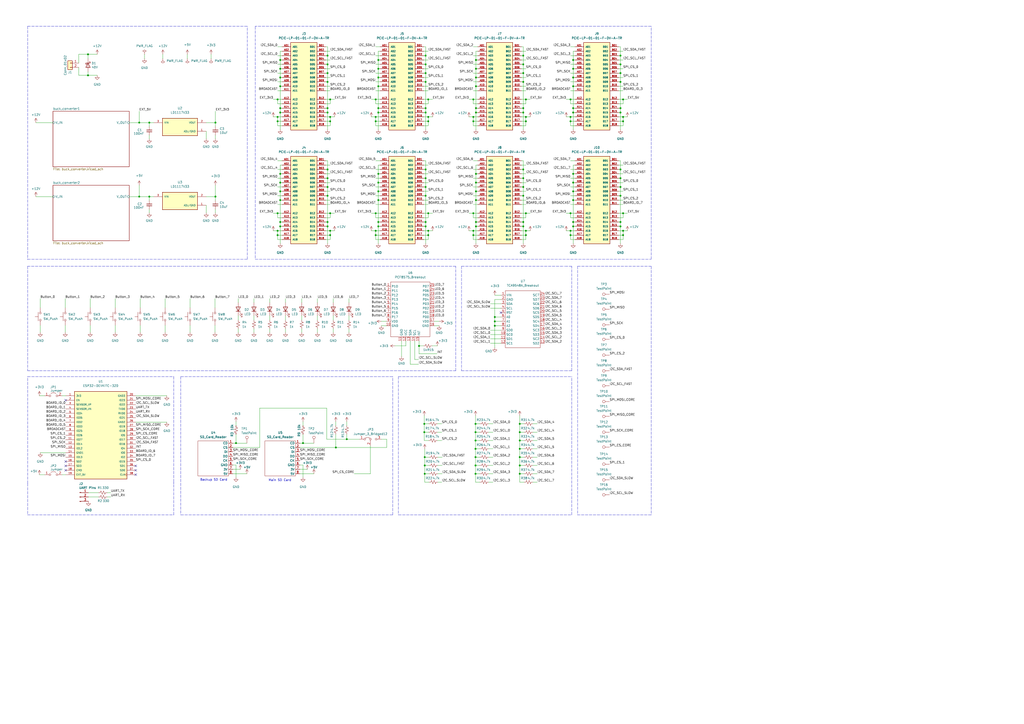
<source format=kicad_sch>
(kicad_sch (version 20211123) (generator eeschema)
  (paper "A2")
  (junction (at 219.456 39.878))
  (junction (at 246.126 250.698))
  (junction (at 124.968 114.046))
  (junction (at 332.486 50.038))
  (junction (at 217.932 70.358))
  (junction (at 162.56 116.078))
  (junction (at 136.906 257.048))
  (junction (at 305.054 133.858))
  (junction (at 305.054 123.698))
  (junction (at 305.054 67.818))
  (junction (at 287.02 183.896))
  (junction (at 219.456 100.838))
  (junction (at 194.818 259.588))
  (junction (at 246.888 128.778))
  (junction (at 162.56 128.778))
  (junction (at 219.456 50.038))
  (junction (at 248.412 133.858))
  (junction (at 361.442 67.818))
  (junction (at 305.054 57.658))
  (junction (at 191.516 136.398))
  (junction (at 359.918 103.378))
  (junction (at 303.53 47.498))
  (junction (at 332.486 65.278))
  (junction (at 219.456 110.998))
  (junction (at 359.918 37.338))
  (junction (at 162.56 65.278))
  (junction (at 219.456 44.958))
  (junction (at 51.054 43.688))
  (junction (at 248.412 67.818))
  (junction (at 246.888 42.418))
  (junction (at 246.888 37.338))
  (junction (at 246.888 113.538))
  (junction (at 303.53 62.738))
  (junction (at 161.036 133.858))
  (junction (at 162.56 34.798))
  (junction (at 189.992 37.338))
  (junction (at 162.56 44.958))
  (junction (at 276.098 131.318))
  (junction (at 217.932 67.818))
  (junction (at 305.054 70.358))
  (junction (at 162.56 105.918))
  (junction (at 359.918 108.458))
  (junction (at 301.498 250.698))
  (junction (at 330.962 136.398))
  (junction (at 162.56 39.878))
  (junction (at 274.574 123.698))
  (junction (at 274.574 136.398))
  (junction (at 359.918 98.298))
  (junction (at 191.516 123.698))
  (junction (at 161.036 57.658))
  (junction (at 275.844 245.872))
  (junction (at 248.412 57.658))
  (junction (at 191.516 133.858))
  (junction (at 80.772 114.046))
  (junction (at 332.486 34.798))
  (junction (at 276.098 50.038))
  (junction (at 276.098 100.838))
  (junction (at 80.772 71.12))
  (junction (at 246.888 47.498))
  (junction (at 246.888 62.738))
  (junction (at 246.126 245.872))
  (junction (at 359.918 42.418))
  (junction (at 246.888 108.458))
  (junction (at 275.844 274.828))
  (junction (at 189.992 131.318))
  (junction (at 332.486 110.998))
  (junction (at 191.516 70.358))
  (junction (at 276.098 128.778))
  (junction (at 359.918 113.538))
  (junction (at 303.53 128.778))
  (junction (at 189.992 98.298))
  (junction (at 303.53 113.538))
  (junction (at 162.56 62.738))
  (junction (at 275.844 255.524))
  (junction (at 275.844 265.176))
  (junction (at 248.412 136.398))
  (junction (at 246.888 98.298))
  (junction (at 217.932 123.698))
  (junction (at 248.412 70.358))
  (junction (at 161.036 70.358))
  (junction (at 330.962 133.858))
  (junction (at 359.918 65.278))
  (junction (at 191.516 57.658))
  (junction (at 274.574 67.818))
  (junction (at 303.53 65.278))
  (junction (at 246.38 270.002))
  (junction (at 219.456 65.278))
  (junction (at 303.53 37.338))
  (junction (at 276.098 34.798))
  (junction (at 303.53 42.418))
  (junction (at 303.53 98.298))
  (junction (at 219.456 128.778))
  (junction (at 330.962 57.658))
  (junction (at 332.486 39.878))
  (junction (at 275.844 270.002))
  (junction (at 361.442 70.358))
  (junction (at 301.498 274.828))
  (junction (at 301.498 255.524))
  (junction (at 276.098 105.918))
  (junction (at 276.098 65.278))
  (junction (at 189.992 65.278))
  (junction (at 246.888 65.278))
  (junction (at 248.412 123.698))
  (junction (at 246.888 131.318))
  (junction (at 189.992 42.418))
  (junction (at 189.992 113.538))
  (junction (at 332.486 128.778))
  (junction (at 332.486 116.078))
  (junction (at 359.918 32.258))
  (junction (at 332.486 44.958))
  (junction (at 246.38 265.176))
  (junction (at 301.498 270.002))
  (junction (at 359.918 131.318))
  (junction (at 246.888 103.378))
  (junction (at 276.098 116.078))
  (junction (at 275.844 260.35))
  (junction (at 86.614 114.046))
  (junction (at 276.098 62.738))
  (junction (at 189.992 32.258))
  (junction (at 124.968 71.12))
  (junction (at 361.442 57.658))
  (junction (at 175.768 257.048))
  (junction (at 303.53 103.378))
  (junction (at 330.962 70.358))
  (junction (at 246.38 274.828))
  (junction (at 162.56 50.038))
  (junction (at 161.036 136.398))
  (junction (at 303.53 32.258))
  (junction (at 330.962 67.818))
  (junction (at 274.574 70.358))
  (junction (at 274.574 57.658))
  (junction (at 191.516 67.818))
  (junction (at 303.53 131.318))
  (junction (at 332.486 131.318))
  (junction (at 161.036 123.698))
  (junction (at 359.918 128.778))
  (junction (at 361.442 136.398))
  (junction (at 219.456 62.738))
  (junction (at 330.962 123.698))
  (junction (at 162.56 100.838))
  (junction (at 189.992 47.498))
  (junction (at 359.918 62.738))
  (junction (at 303.53 108.458))
  (junction (at 287.02 188.976))
  (junction (at 361.442 123.698))
  (junction (at 305.054 136.398))
  (junction (at 275.844 250.698))
  (junction (at 86.614 71.12))
  (junction (at 359.918 47.498))
  (junction (at 276.098 110.998))
  (junction (at 332.486 62.738))
  (junction (at 162.56 131.318))
  (junction (at 219.456 131.318))
  (junction (at 189.992 128.778))
  (junction (at 274.574 133.858))
  (junction (at 219.456 105.918))
  (junction (at 189.992 108.458))
  (junction (at 276.098 39.878))
  (junction (at 189.992 103.378))
  (junction (at 189.992 62.738))
  (junction (at 301.498 265.176))
  (junction (at 287.02 186.436))
  (junction (at 219.456 116.078))
  (junction (at 361.442 133.858))
  (junction (at 219.456 34.798))
  (junction (at 243.078 200.66))
  (junction (at 301.498 245.872))
  (junction (at 51.054 31.496))
  (junction (at 217.932 133.858))
  (junction (at 217.932 136.398))
  (junction (at 201.168 254.762))
  (junction (at 161.036 67.818))
  (junction (at 162.56 110.998))
  (junction (at 246.888 32.258))
  (junction (at 217.932 57.658))
  (junction (at 332.486 100.838))
  (junction (at 332.486 105.918))
  (junction (at 301.498 260.35))
  (junction (at 276.098 44.958))
  (no_connect (at 38.1 232.156))
  (no_connect (at 290.576 181.356))
  (no_connect (at 78.74 275.336))
  (no_connect (at 38.1 267.716))
  (no_connect (at 38.1 270.256))
  (no_connect (at 38.1 272.796))
  (no_connect (at 78.74 270.256))
  (no_connect (at 78.74 272.796))
  (wire (pts (xy 358.902 103.378) (xy 359.918 103.378)))
  (wire (pts (xy 162.56 105.918) (xy 162.56 100.838)))
  (wire (pts (xy 276.098 62.738) (xy 277.114 62.738)))
  (wire (pts (xy 219.456 50.038) (xy 219.456 44.958)))
  (wire (pts (xy 191.516 50.038) (xy 188.976 50.038)))
  (wire (pts (xy 283.464 270.002) (xy 286.004 270.002)))
  (wire (pts (xy 156.464 173.228) (xy 156.464 175.514)))
  (wire (pts (xy 248.412 133.858) (xy 245.872 133.858)))
  (wire (pts (xy 86.614 71.12) (xy 86.614 73.406)))
  (wire (pts (xy 162.56 50.038) (xy 163.576 50.038)))
  (wire (pts (xy 246.126 255.524) (xy 248.666 255.524)))
  (wire (pts (xy 175.006 173.228) (xy 175.006 175.514)))
  (wire (pts (xy 165.608 173.228) (xy 165.608 175.514)))
  (wire (pts (xy 276.098 128.778) (xy 277.114 128.778)))
  (wire (pts (xy 189.484 254.762) (xy 189.484 236.728)))
  (wire (pts (xy 217.932 67.818) (xy 217.932 70.358)))
  (wire (pts (xy 272.034 123.698) (xy 274.574 123.698)))
  (wire (pts (xy 302.514 65.278) (xy 303.53 65.278)))
  (wire (pts (xy 302.514 126.238) (xy 305.054 126.238)))
  (wire (pts (xy 283.464 279.654) (xy 286.004 279.654)))
  (wire (pts (xy 245.872 32.258) (xy 246.888 32.258)))
  (wire (pts (xy 188.976 42.418) (xy 189.992 42.418)))
  (wire (pts (xy 276.098 34.798) (xy 277.114 34.798)))
  (wire (pts (xy 361.442 123.698) (xy 358.902 123.698)))
  (wire (pts (xy 191.516 100.838) (xy 188.976 100.838)))
  (wire (pts (xy 188.976 126.238) (xy 191.516 126.238)))
  (wire (pts (xy 158.496 57.658) (xy 161.036 57.658)))
  (wire (pts (xy 45.72 39.116) (xy 45.72 43.688)))
  (wire (pts (xy 78.74 229.616) (xy 96.774 229.616)))
  (polyline (pts (xy 377.698 15.24) (xy 148.082 15.24)))
  (wire (pts (xy 333.502 70.358) (xy 330.962 70.358)))
  (wire (pts (xy 36.068 229.616) (xy 38.1 229.616)))
  (wire (pts (xy 217.932 123.698) (xy 220.472 123.698)))
  (wire (pts (xy 175.768 244.602) (xy 175.768 246.888)))
  (wire (pts (xy 332.486 62.738) (xy 333.502 62.738)))
  (wire (pts (xy 303.53 65.278) (xy 303.53 62.738)))
  (wire (pts (xy 309.118 260.35) (xy 311.658 260.35)))
  (wire (pts (xy 303.53 27.178) (xy 303.53 32.258)))
  (wire (pts (xy 303.53 128.778) (xy 303.53 113.538)))
  (wire (pts (xy 361.442 67.818) (xy 361.442 70.358)))
  (wire (pts (xy 217.932 118.618) (xy 220.472 118.618)))
  (wire (pts (xy 162.56 39.878) (xy 162.56 34.798)))
  (wire (pts (xy 275.844 245.872) (xy 278.384 245.872)))
  (wire (pts (xy 45.72 31.496) (xy 45.72 36.576)))
  (wire (pts (xy 305.054 100.838) (xy 302.514 100.838)))
  (wire (pts (xy 309.118 245.872) (xy 311.658 245.872)))
  (wire (pts (xy 361.442 50.038) (xy 358.902 50.038)))
  (polyline (pts (xy 148.082 15.24) (xy 148.082 15.494)))
  (wire (pts (xy 330.962 133.858) (xy 333.502 133.858)))
  (wire (pts (xy 274.574 32.258) (xy 277.114 32.258)))
  (wire (pts (xy 275.844 250.698) (xy 278.384 250.698)))
  (wire (pts (xy 162.56 116.078) (xy 163.576 116.078)))
  (wire (pts (xy 189.992 131.318) (xy 189.992 128.778)))
  (wire (pts (xy 163.576 126.238) (xy 161.036 126.238)))
  (wire (pts (xy 162.56 75.184) (xy 162.56 65.278)))
  (wire (pts (xy 161.036 133.858) (xy 161.036 136.398)))
  (polyline (pts (xy 335.026 154.432) (xy 335.026 298.704)))
  (wire (pts (xy 301.498 270.002) (xy 301.498 274.828)))
  (wire (pts (xy 305.054 67.818) (xy 302.514 67.818)))
  (wire (pts (xy 37.846 188.722) (xy 37.846 192.786)))
  (wire (pts (xy 150.622 236.728) (xy 150.622 259.588)))
  (wire (pts (xy 361.442 133.858) (xy 358.902 133.858)))
  (wire (pts (xy 361.442 34.798) (xy 358.902 34.798)))
  (wire (pts (xy 305.054 72.898) (xy 305.054 70.358)))
  (wire (pts (xy 250.952 123.698) (xy 248.412 123.698)))
  (wire (pts (xy 283.464 265.176) (xy 286.004 265.176)))
  (wire (pts (xy 201.168 244.602) (xy 201.168 246.888)))
  (wire (pts (xy 363.982 57.658) (xy 361.442 57.658)))
  (wire (pts (xy 162.56 65.278) (xy 162.56 62.738)))
  (wire (pts (xy 302.514 32.258) (xy 303.53 32.258)))
  (wire (pts (xy 245.872 60.198) (xy 248.412 60.198)))
  (wire (pts (xy 217.932 138.938) (xy 220.472 138.938)))
  (wire (pts (xy 301.498 270.002) (xy 304.038 270.002)))
  (wire (pts (xy 301.498 265.176) (xy 304.038 265.176)))
  (wire (pts (xy 250.952 67.818) (xy 248.412 67.818)))
  (wire (pts (xy 272.034 67.818) (xy 274.574 67.818)))
  (wire (pts (xy 301.498 255.524) (xy 304.038 255.524)))
  (wire (pts (xy 330.962 37.338) (xy 333.502 37.338)))
  (wire (pts (xy 248.412 34.798) (xy 245.872 34.798)))
  (wire (pts (xy 246.38 265.176) (xy 248.92 265.176)))
  (wire (pts (xy 20.828 114.046) (xy 30.734 114.046)))
  (polyline (pts (xy 16.002 15.24) (xy 16.002 150.622)))
  (wire (pts (xy 276.098 100.838) (xy 277.114 100.838)))
  (wire (pts (xy 217.932 67.818) (xy 220.472 67.818)))
  (wire (pts (xy 361.442 138.938) (xy 358.902 138.938)))
  (wire (pts (xy 219.456 62.738) (xy 219.456 50.038)))
  (wire (pts (xy 124.968 78.486) (xy 124.968 80.518)))
  (wire (pts (xy 332.486 39.878) (xy 333.502 39.878)))
  (wire (pts (xy 188.976 136.398) (xy 191.516 136.398)))
  (polyline (pts (xy 143.51 150.368) (xy 143.51 15.24)))
  (wire (pts (xy 328.422 57.658) (xy 330.962 57.658)))
  (wire (pts (xy 330.962 123.698) (xy 330.962 126.238)))
  (wire (pts (xy 191.516 52.578) (xy 188.976 52.578)))
  (wire (pts (xy 301.498 279.654) (xy 304.038 279.654)))
  (wire (pts (xy 358.902 131.318) (xy 359.918 131.318)))
  (wire (pts (xy 162.56 110.998) (xy 163.576 110.998)))
  (wire (pts (xy 219.456 44.958) (xy 219.456 39.878)))
  (wire (pts (xy 275.844 274.828) (xy 278.384 274.828)))
  (wire (pts (xy 246.888 108.458) (xy 246.888 113.538)))
  (wire (pts (xy 217.932 72.898) (xy 220.472 72.898)))
  (wire (pts (xy 162.56 105.918) (xy 163.576 105.918)))
  (wire (pts (xy 219.456 100.838) (xy 220.472 100.838)))
  (wire (pts (xy 162.56 128.778) (xy 163.576 128.778)))
  (wire (pts (xy 215.392 57.658) (xy 217.932 57.658)))
  (wire (pts (xy 246.888 42.418) (xy 246.888 47.498)))
  (wire (pts (xy 333.502 126.238) (xy 330.962 126.238)))
  (wire (pts (xy 301.498 241.046) (xy 301.498 245.872)))
  (polyline (pts (xy 104.902 298.704) (xy 227.838 298.704)))
  (wire (pts (xy 163.576 29.718) (xy 162.56 29.718)))
  (wire (pts (xy 51.054 41.656) (xy 51.054 43.688)))
  (wire (pts (xy 220.472 70.358) (xy 217.932 70.358)))
  (wire (pts (xy 332.486 100.838) (xy 333.502 100.838)))
  (wire (pts (xy 303.53 37.338) (xy 303.53 42.418)))
  (wire (pts (xy 191.516 110.998) (xy 188.976 110.998)))
  (wire (pts (xy 284.48 194.056) (xy 290.576 194.056)))
  (polyline (pts (xy 100.838 298.704) (xy 100.838 279.654)))
  (wire (pts (xy 80.772 107.442) (xy 80.772 114.046)))
  (wire (pts (xy 162.56 29.718) (xy 162.56 34.798)))
  (wire (pts (xy 309.118 279.654) (xy 311.658 279.654)))
  (wire (pts (xy 333.502 136.398) (xy 330.962 136.398)))
  (wire (pts (xy 94.488 31.496) (xy 94.488 34.036)))
  (wire (pts (xy 276.098 105.918) (xy 277.114 105.918)))
  (wire (pts (xy 248.412 95.758) (xy 245.872 95.758)))
  (wire (pts (xy 301.498 245.872) (xy 301.498 250.698)))
  (wire (pts (xy 305.054 57.658) (xy 302.514 57.658)))
  (wire (pts (xy 215.392 67.818) (xy 217.932 67.818)))
  (wire (pts (xy 359.918 103.378) (xy 359.918 108.458)))
  (wire (pts (xy 275.844 270.002) (xy 275.844 274.828)))
  (wire (pts (xy 240.538 197.866) (xy 240.538 208.534)))
  (wire (pts (xy 332.486 50.038) (xy 332.486 44.958)))
  (wire (pts (xy 219.456 50.038) (xy 220.472 50.038)))
  (wire (pts (xy 162.56 131.318) (xy 162.56 128.778)))
  (wire (pts (xy 276.098 65.278) (xy 276.098 62.738)))
  (wire (pts (xy 358.902 93.218) (xy 359.918 93.218)))
  (wire (pts (xy 215.392 123.698) (xy 217.932 123.698)))
  (wire (pts (xy 162.56 95.758) (xy 162.56 100.838)))
  (wire (pts (xy 184.15 173.228) (xy 184.15 175.514)))
  (wire (pts (xy 245.872 37.338) (xy 246.888 37.338)))
  (wire (pts (xy 277.114 126.238) (xy 274.574 126.238)))
  (wire (pts (xy 124.968 114.046) (xy 124.968 116.332)))
  (wire (pts (xy 301.498 255.524) (xy 301.498 260.35)))
  (wire (pts (xy 51.054 31.496) (xy 51.054 34.036)))
  (wire (pts (xy 248.412 67.818) (xy 248.412 70.358)))
  (wire (pts (xy 161.036 52.578) (xy 163.576 52.578)))
  (wire (pts (xy 119.634 114.046) (xy 124.968 114.046)))
  (wire (pts (xy 274.574 57.658) (xy 277.114 57.658)))
  (wire (pts (xy 95.758 173.228) (xy 95.758 178.562)))
  (wire (pts (xy 161.036 103.378) (xy 163.576 103.378)))
  (wire (pts (xy 161.036 138.938) (xy 163.576 138.938)))
  (wire (pts (xy 62.23 288.29) (xy 64.262 288.29)))
  (wire (pts (xy 161.036 72.898) (xy 163.576 72.898)))
  (wire (pts (xy 217.932 52.578) (xy 220.472 52.578)))
  (wire (pts (xy 220.472 60.198) (xy 217.932 60.198)))
  (wire (pts (xy 194.818 259.588) (xy 224.282 259.588)))
  (wire (pts (xy 275.844 265.176) (xy 275.844 270.002)))
  (wire (pts (xy 191.516 44.958) (xy 188.976 44.958)))
  (wire (pts (xy 245.872 98.298) (xy 246.888 98.298)))
  (wire (pts (xy 276.098 39.878) (xy 276.098 34.798)))
  (wire (pts (xy 217.932 57.658) (xy 217.932 60.198)))
  (wire (pts (xy 283.464 260.35) (xy 286.004 260.35)))
  (wire (pts (xy 275.844 250.698) (xy 275.844 255.524)))
  (wire (pts (xy 189.484 254.762) (xy 201.168 254.762)))
  (polyline (pts (xy 331.724 215.138) (xy 331.724 154.432)))
  (wire (pts (xy 215.392 133.858) (xy 217.932 133.858)))
  (wire (pts (xy 254 265.176) (xy 256.54 265.176)))
  (wire (pts (xy 246.888 32.258) (xy 246.888 37.338)))
  (wire (pts (xy 283.464 250.698) (xy 286.004 250.698)))
  (wire (pts (xy 275.844 241.046) (xy 275.844 245.872)))
  (wire (pts (xy 274.574 138.938) (xy 274.574 136.398)))
  (polyline (pts (xy 148.082 15.494) (xy 148.082 150.368)))
  (wire (pts (xy 86.614 114.046) (xy 86.614 116.332)))
  (wire (pts (xy 275.844 274.828) (xy 275.844 279.654)))
  (wire (pts (xy 276.098 50.038) (xy 277.114 50.038)))
  (wire (pts (xy 245.872 65.278) (xy 246.888 65.278)))
  (wire (pts (xy 217.932 93.218) (xy 220.472 93.218)))
  (wire (pts (xy 246.38 279.654) (xy 248.92 279.654)))
  (wire (pts (xy 202.438 190.754) (xy 202.438 192.786)))
  (wire (pts (xy 330.962 133.858) (xy 330.962 136.398)))
  (wire (pts (xy 189.992 75.184) (xy 189.992 65.278)))
  (wire (pts (xy 248.412 116.078) (xy 245.872 116.078)))
  (wire (pts (xy 309.118 265.176) (xy 311.658 265.176)))
  (wire (pts (xy 220.472 136.398) (xy 217.932 136.398)))
  (wire (pts (xy 194.818 244.602) (xy 194.818 246.888)))
  (wire (pts (xy 246.888 65.278) (xy 246.888 62.738)))
  (wire (pts (xy 359.918 128.778) (xy 359.918 113.538)))
  (wire (pts (xy 361.442 95.758) (xy 358.902 95.758)))
  (wire (pts (xy 175.006 190.754) (xy 175.006 192.786)))
  (wire (pts (xy 246.38 270.002) (xy 246.38 274.828)))
  (wire (pts (xy 333.502 131.318) (xy 332.486 131.318)))
  (wire (pts (xy 188.976 65.278) (xy 189.992 65.278)))
  (wire (pts (xy 332.486 128.778) (xy 332.486 116.078)))
  (wire (pts (xy 303.53 93.218) (xy 303.53 98.298)))
  (wire (pts (xy 219.456 39.878) (xy 220.472 39.878)))
  (wire (pts (xy 303.53 47.498) (xy 302.514 47.498)))
  (wire (pts (xy 248.412 133.858) (xy 248.412 136.398)))
  (wire (pts (xy 303.53 128.778) (xy 302.514 128.778)))
  (wire (pts (xy 220.472 95.758) (xy 219.456 95.758)))
  (wire (pts (xy 284.48 191.516) (xy 290.576 191.516)))
  (wire (pts (xy 189.992 108.458) (xy 189.992 113.538)))
  (wire (pts (xy 110.236 173.228) (xy 110.236 178.562)))
  (wire (pts (xy 217.932 72.898) (xy 217.932 70.358)))
  (polyline (pts (xy 16.002 280.416) (xy 16.002 298.704)))
  (wire (pts (xy 194.818 251.968) (xy 194.818 259.588)))
  (wire (pts (xy 191.516 116.078) (xy 188.976 116.078)))
  (wire (pts (xy 243.078 200.66) (xy 245.618 200.66)))
  (wire (pts (xy 22.86 229.616) (xy 25.908 229.616)))
  (wire (pts (xy 51.308 285.75) (xy 57.15 285.75)))
  (wire (pts (xy 358.902 136.398) (xy 361.442 136.398)))
  (wire (pts (xy 147.32 183.134) (xy 147.32 185.674)))
  (wire (pts (xy 361.442 67.818) (xy 358.902 67.818)))
  (wire (pts (xy 219.456 128.778) (xy 219.456 116.078)))
  (wire (pts (xy 246.126 250.698) (xy 246.126 255.524)))
  (wire (pts (xy 274.574 67.818) (xy 277.114 67.818)))
  (wire (pts (xy 332.486 105.918) (xy 333.502 105.918)))
  (wire (pts (xy 162.56 128.778) (xy 162.56 116.078)))
  (wire (pts (xy 332.486 116.078) (xy 332.486 110.998)))
  (wire (pts (xy 162.56 62.738) (xy 162.56 50.038)))
  (polyline (pts (xy 16.002 215.138) (xy 264.414 215.138)))
  (wire (pts (xy 284.48 178.816) (xy 290.576 178.816)))
  (wire (pts (xy 283.464 245.872) (xy 286.004 245.872)))
  (wire (pts (xy 330.962 32.258) (xy 333.502 32.258)))
  (wire (pts (xy 287.02 171.196) (xy 290.576 171.196)))
  (wire (pts (xy 303.53 141.224) (xy 303.53 131.318)))
  (wire (pts (xy 86.614 71.12) (xy 89.154 71.12)))
  (polyline (pts (xy 377.698 154.432) (xy 377.698 298.704)))
  (wire (pts (xy 330.962 72.898) (xy 330.962 70.358)))
  (wire (pts (xy 332.486 128.778) (xy 333.502 128.778)))
  (wire (pts (xy 246.888 27.178) (xy 246.888 32.258)))
  (wire (pts (xy 20.828 71.12) (xy 30.734 71.12)))
  (polyline (pts (xy 331.724 154.432) (xy 327.406 154.432)))
  (wire (pts (xy 359.918 62.738) (xy 359.918 47.498)))
  (wire (pts (xy 191.516 57.658) (xy 191.516 60.198)))
  (wire (pts (xy 361.442 72.898) (xy 361.442 70.358)))
  (wire (pts (xy 161.036 133.858) (xy 163.576 133.858)))
  (wire (pts (xy 66.802 173.228) (xy 66.802 178.562)))
  (wire (pts (xy 274.574 57.658) (xy 274.574 60.198)))
  (wire (pts (xy 330.962 67.818) (xy 330.962 70.358)))
  (wire (pts (xy 301.498 260.35) (xy 304.038 260.35)))
  (wire (pts (xy 191.516 67.818) (xy 191.516 70.358)))
  (wire (pts (xy 309.118 274.828) (xy 311.658 274.828)))
  (wire (pts (xy 305.054 133.858) (xy 302.514 133.858)))
  (wire (pts (xy 175.768 257.048) (xy 173.99 257.048)))
  (wire (pts (xy 274.574 52.578) (xy 277.114 52.578)))
  (wire (pts (xy 303.53 108.458) (xy 303.53 113.538)))
  (wire (pts (xy 330.962 108.458) (xy 333.502 108.458)))
  (wire (pts (xy 219.456 62.738) (xy 220.472 62.738)))
  (wire (pts (xy 287.02 186.436) (xy 287.02 188.976)))
  (wire (pts (xy 276.098 116.078) (xy 276.098 110.998)))
  (wire (pts (xy 245.872 27.178) (xy 246.888 27.178)))
  (wire (pts (xy 358.902 126.238) (xy 361.442 126.238)))
  (wire (pts (xy 358.902 108.458) (xy 359.918 108.458)))
  (wire (pts (xy 301.498 265.176) (xy 301.498 270.002)))
  (wire (pts (xy 274.574 103.378) (xy 277.114 103.378)))
  (wire (pts (xy 162.56 50.038) (xy 162.56 44.958)))
  (wire (pts (xy 220.472 29.718) (xy 219.456 29.718)))
  (wire (pts (xy 274.574 133.858) (xy 277.114 133.858)))
  (wire (pts (xy 361.442 110.998) (xy 358.902 110.998)))
  (wire (pts (xy 201.168 251.968) (xy 201.168 254.762)))
  (wire (pts (xy 305.054 57.658) (xy 305.054 60.198)))
  (wire (pts (xy 217.932 98.298) (xy 220.472 98.298)))
  (wire (pts (xy 333.502 60.198) (xy 330.962 60.198)))
  (wire (pts (xy 287.02 188.976) (xy 287.02 201.676)))
  (wire (pts (xy 361.442 44.958) (xy 358.902 44.958)))
  (wire (pts (xy 330.962 118.618) (xy 333.502 118.618)))
  (wire (pts (xy 309.118 255.524) (xy 311.658 255.524)))
  (wire (pts (xy 248.412 110.998) (xy 245.872 110.998)))
  (wire (pts (xy 161.036 57.658) (xy 163.576 57.658)))
  (wire (pts (xy 37.846 173.228) (xy 37.846 178.562)))
  (polyline (pts (xy 227.838 298.704) (xy 227.838 218.44)))
  (wire (pts (xy 161.036 138.938) (xy 161.036 136.398)))
  (wire (pts (xy 328.422 123.698) (xy 330.962 123.698)))
  (wire (pts (xy 305.054 118.618) (xy 302.514 118.618)))
  (wire (pts (xy 253.746 255.524) (xy 256.286 255.524)))
  (wire (pts (xy 173.99 274.828) (xy 182.118 274.828)))
  (wire (pts (xy 162.56 34.798) (xy 163.576 34.798)))
  (wire (pts (xy 188.976 131.318) (xy 189.992 131.318)))
  (wire (pts (xy 136.906 269.748) (xy 135.128 269.748)))
  (wire (pts (xy 136.906 244.602) (xy 136.906 246.888)))
  (wire (pts (xy 156.464 183.134) (xy 156.464 185.674)))
  (wire (pts (xy 277.114 29.718) (xy 276.098 29.718)))
  (wire (pts (xy 161.036 98.298) (xy 163.576 98.298)))
  (wire (pts (xy 80.772 64.516) (xy 80.772 71.12)))
  (wire (pts (xy 274.574 72.898) (xy 277.114 72.898)))
  (wire (pts (xy 220.472 131.318) (xy 219.456 131.318)))
  (wire (pts (xy 161.036 37.338) (xy 163.576 37.338)))
  (wire (pts (xy 136.906 257.048) (xy 135.128 257.048)))
  (wire (pts (xy 124.968 71.12) (xy 124.968 73.406)))
  (wire (pts (xy 359.918 128.778) (xy 358.902 128.778)))
  (wire (pts (xy 332.486 29.718) (xy 332.486 34.798)))
  (wire (pts (xy 272.034 57.658) (xy 274.574 57.658)))
  (wire (pts (xy 163.576 131.318) (xy 162.56 131.318)))
  (wire (pts (xy 274.574 37.338) (xy 277.114 37.338)))
  (wire (pts (xy 188.976 37.338) (xy 189.992 37.338)))
  (wire (pts (xy 276.098 95.758) (xy 276.098 100.838)))
  (wire (pts (xy 191.516 133.858) (xy 191.516 136.398)))
  (wire (pts (xy 217.932 103.378) (xy 220.472 103.378)))
  (wire (pts (xy 274.574 42.418) (xy 277.114 42.418)))
  (wire (pts (xy 274.574 118.618) (xy 277.114 118.618)))
  (wire (pts (xy 217.932 133.858) (xy 220.472 133.858)))
  (wire (pts (xy 302.514 108.458) (xy 303.53 108.458)))
  (wire (pts (xy 287.02 188.976) (xy 290.576 188.976)))
  (wire (pts (xy 305.054 34.798) (xy 302.514 34.798)))
  (wire (pts (xy 277.114 70.358) (xy 274.574 70.358)))
  (wire (pts (xy 332.486 62.738) (xy 332.486 50.038)))
  (wire (pts (xy 189.992 32.258) (xy 189.992 37.338)))
  (wire (pts (xy 301.498 250.698) (xy 301.498 255.524)))
  (wire (pts (xy 359.918 131.318) (xy 359.918 128.778)))
  (wire (pts (xy 217.932 133.858) (xy 217.932 136.398)))
  (wire (pts (xy 307.594 67.818) (xy 305.054 67.818)))
  (wire (pts (xy 188.976 103.378) (xy 189.992 103.378)))
  (wire (pts (xy 147.32 190.754) (xy 147.32 192.786)))
  (wire (pts (xy 237.998 211.328) (xy 242.824 211.328)))
  (wire (pts (xy 287.02 186.436) (xy 290.576 186.436)))
  (wire (pts (xy 188.976 60.198) (xy 191.516 60.198)))
  (wire (pts (xy 246.888 98.298) (xy 246.888 103.378)))
  (wire (pts (xy 305.054 116.078) (xy 302.514 116.078)))
  (wire (pts (xy 189.992 128.778) (xy 189.992 113.538)))
  (wire (pts (xy 330.962 138.938) (xy 330.962 136.398)))
  (wire (pts (xy 158.496 123.698) (xy 161.036 123.698)))
  (wire (pts (xy 86.614 78.486) (xy 86.614 80.518)))
  (wire (pts (xy 305.054 44.958) (xy 302.514 44.958)))
  (wire (pts (xy 83.82 31.496) (xy 83.82 34.036)))
  (wire (pts (xy 191.516 138.938) (xy 191.516 136.398)))
  (wire (pts (xy 217.932 123.698) (xy 217.932 126.238)))
  (wire (pts (xy 330.962 113.538) (xy 333.502 113.538)))
  (wire (pts (xy 361.442 100.838) (xy 358.902 100.838)))
  (wire (pts (xy 189.992 62.738) (xy 189.992 47.498)))
  (wire (pts (xy 361.442 57.658) (xy 361.442 60.198)))
  (wire (pts (xy 361.442 118.618) (xy 358.902 118.618)))
  (wire (pts (xy 191.516 118.618) (xy 188.976 118.618)))
  (wire (pts (xy 303.53 98.298) (xy 303.53 103.378)))
  (wire (pts (xy 51.308 288.29) (xy 57.15 288.29)))
  (polyline (pts (xy 377.698 298.704) (xy 335.026 298.704)))
  (wire (pts (xy 359.918 37.338) (xy 359.918 42.418)))
  (wire (pts (xy 332.486 75.184) (xy 332.486 65.278)))
  (wire (pts (xy 161.036 42.418) (xy 163.576 42.418)))
  (wire (pts (xy 302.514 93.218) (xy 303.53 93.218)))
  (wire (pts (xy 309.118 250.698) (xy 311.658 250.698)))
  (wire (pts (xy 189.992 98.298) (xy 189.992 103.378)))
  (wire (pts (xy 188.976 70.358) (xy 191.516 70.358)))
  (wire (pts (xy 303.53 131.318) (xy 303.53 128.778)))
  (wire (pts (xy 52.324 188.722) (xy 52.324 192.786)))
  (wire (pts (xy 191.516 72.898) (xy 191.516 70.358)))
  (wire (pts (xy 246.888 47.498) (xy 245.872 47.498)))
  (wire (pts (xy 229.108 200.66) (xy 235.458 200.66)))
  (wire (pts (xy 161.036 113.538) (xy 163.576 113.538)))
  (wire (pts (xy 138.176 173.228) (xy 138.176 175.514)))
  (wire (pts (xy 217.932 32.258) (xy 220.472 32.258)))
  (wire (pts (xy 305.054 138.938) (xy 305.054 136.398)))
  (wire (pts (xy 161.036 67.818) (xy 163.576 67.818)))
  (polyline (pts (xy 16.002 298.704) (xy 100.838 298.704)))
  (wire (pts (xy 161.036 32.258) (xy 163.576 32.258)))
  (polyline (pts (xy 16.002 150.368) (xy 143.51 150.368)))
  (wire (pts (xy 161.036 123.698) (xy 163.576 123.698)))
  (wire (pts (xy 303.53 32.258) (xy 303.53 37.338)))
  (wire (pts (xy 250.698 200.66) (xy 253.746 200.66)))
  (wire (pts (xy 302.514 136.398) (xy 305.054 136.398)))
  (wire (pts (xy 124.968 71.12) (xy 124.968 64.516)))
  (wire (pts (xy 95.758 188.722) (xy 95.758 192.786)))
  (wire (pts (xy 305.054 72.898) (xy 302.514 72.898)))
  (wire (pts (xy 219.456 131.318) (xy 219.456 128.778)))
  (wire (pts (xy 175.768 251.968) (xy 175.768 257.048)))
  (wire (pts (xy 147.32 173.228) (xy 147.32 175.514)))
  (wire (pts (xy 224.282 254.762) (xy 221.234 254.762)))
  (wire (pts (xy 245.872 136.398) (xy 248.412 136.398)))
  (wire (pts (xy 242.824 208.534) (xy 240.538 208.534)))
  (wire (pts (xy 276.098 128.778) (xy 276.098 116.078)))
  (wire (pts (xy 246.126 250.698) (xy 248.666 250.698)))
  (wire (pts (xy 191.516 123.698) (xy 188.976 123.698)))
  (wire (pts (xy 219.456 75.184) (xy 219.456 65.278)))
  (wire (pts (xy 219.456 116.078) (xy 220.472 116.078)))
  (wire (pts (xy 62.23 285.75) (xy 64.262 285.75)))
  (wire (pts (xy 251.968 188.976) (xy 254.762 188.976)))
  (wire (pts (xy 86.614 121.412) (xy 86.614 123.444)))
  (wire (pts (xy 23.368 173.228) (xy 23.368 178.562)))
  (wire (pts (xy 363.982 133.858) (xy 361.442 133.858)))
  (wire (pts (xy 188.976 98.298) (xy 189.992 98.298)))
  (wire (pts (xy 161.036 118.618) (xy 163.576 118.618)))
  (wire (pts (xy 250.952 57.658) (xy 248.412 57.658)))
  (wire (pts (xy 162.56 100.838) (xy 163.576 100.838)))
  (wire (pts (xy 274.574 93.218) (xy 277.114 93.218)))
  (wire (pts (xy 173.99 272.288) (xy 178.308 272.288)))
  (wire (pts (xy 301.498 274.828) (xy 304.038 274.828)))
  (wire (pts (xy 305.054 29.718) (xy 302.514 29.718)))
  (wire (pts (xy 194.056 133.858) (xy 191.516 133.858)))
  (wire (pts (xy 332.486 34.798) (xy 333.502 34.798)))
  (wire (pts (xy 193.294 190.754) (xy 193.294 192.786)))
  (wire (pts (xy 191.516 29.718) (xy 188.976 29.718)))
  (wire (pts (xy 302.514 98.298) (xy 303.53 98.298)))
  (wire (pts (xy 283.464 255.524) (xy 286.004 255.524)))
  (wire (pts (xy 330.962 93.218) (xy 333.502 93.218)))
  (wire (pts (xy 332.486 44.958) (xy 332.486 39.878)))
  (wire (pts (xy 305.054 95.758) (xy 302.514 95.758)))
  (wire (pts (xy 361.442 138.938) (xy 361.442 136.398)))
  (wire (pts (xy 274.574 123.698) (xy 274.574 126.238)))
  (wire (pts (xy 219.456 110.998) (xy 219.456 105.918)))
  (wire (pts (xy 330.962 47.498) (xy 333.502 47.498)))
  (wire (pts (xy 248.412 123.698) (xy 245.872 123.698)))
  (wire (pts (xy 359.918 32.258) (xy 359.918 37.338)))
  (wire (pts (xy 235.458 200.66) (xy 235.458 197.866)))
  (wire (pts (xy 205.486 274.828) (xy 214.884 274.828)))
  (wire (pts (xy 274.574 108.458) (xy 277.114 108.458)))
  (wire (pts (xy 307.594 57.658) (xy 305.054 57.658)))
  (wire (pts (xy 224.028 186.436) (xy 221.234 186.436)))
  (wire (pts (xy 122.428 31.496) (xy 122.428 34.036)))
  (wire (pts (xy 330.962 123.698) (xy 333.502 123.698)))
  (wire (pts (xy 359.918 108.458) (xy 359.918 113.538)))
  (wire (pts (xy 191.516 138.938) (xy 188.976 138.938)))
  (wire (pts (xy 332.486 44.958) (xy 333.502 44.958)))
  (wire (pts (xy 246.38 270.002) (xy 248.92 270.002)))
  (wire (pts (xy 302.514 27.178) (xy 303.53 27.178)))
  (wire (pts (xy 243.078 205.232) (xy 253.492 205.232)))
  (wire (pts (xy 219.456 39.878) (xy 219.456 34.798)))
  (wire (pts (xy 194.056 57.658) (xy 191.516 57.658)))
  (wire (pts (xy 274.574 138.938) (xy 277.114 138.938)))
  (polyline (pts (xy 331.724 298.704) (xy 331.724 218.44)))
  (wire (pts (xy 248.412 138.938) (xy 245.872 138.938)))
  (wire (pts (xy 245.872 131.318) (xy 246.888 131.318)))
  (wire (pts (xy 248.412 72.898) (xy 245.872 72.898)))
  (wire (pts (xy 246.888 37.338) (xy 246.888 42.418)))
  (wire (pts (xy 275.844 260.35) (xy 275.844 265.176)))
  (wire (pts (xy 272.034 133.858) (xy 274.574 133.858)))
  (wire (pts (xy 193.294 173.228) (xy 193.294 175.514)))
  (wire (pts (xy 332.486 141.224) (xy 332.486 131.318)))
  (wire (pts (xy 305.054 67.818) (xy 305.054 70.358)))
  (wire (pts (xy 219.456 128.778) (xy 220.472 128.778)))
  (wire (pts (xy 301.498 250.698) (xy 304.038 250.698)))
  (wire (pts (xy 359.918 62.738) (xy 358.902 62.738)))
  (polyline (pts (xy 148.082 150.368) (xy 377.698 150.368)))
  (wire (pts (xy 189.992 141.224) (xy 189.992 131.318)))
  (wire (pts (xy 248.412 39.878) (xy 245.872 39.878)))
  (wire (pts (xy 191.516 95.758) (xy 188.976 95.758)))
  (wire (pts (xy 248.412 67.818) (xy 245.872 67.818)))
  (wire (pts (xy 188.976 32.258) (xy 189.992 32.258)))
  (wire (pts (xy 246.888 113.538) (xy 245.872 113.538)))
  (wire (pts (xy 161.036 27.178) (xy 163.576 27.178)))
  (wire (pts (xy 277.114 136.398) (xy 274.574 136.398)))
  (wire (pts (xy 189.992 62.738) (xy 188.976 62.738)))
  (wire (pts (xy 276.098 116.078) (xy 277.114 116.078)))
  (wire (pts (xy 246.126 245.872) (xy 248.666 245.872)))
  (wire (pts (xy 332.486 50.038) (xy 333.502 50.038)))
  (wire (pts (xy 163.576 60.198) (xy 161.036 60.198)))
  (wire (pts (xy 305.054 50.038) (xy 302.514 50.038)))
  (wire (pts (xy 163.576 65.278) (xy 162.56 65.278)))
  (wire (pts (xy 301.498 274.828) (xy 301.498 279.654)))
  (wire (pts (xy 284.48 196.596) (xy 290.576 196.596)))
  (wire (pts (xy 135.128 272.288) (xy 139.446 272.288)))
  (wire (pts (xy 274.574 123.698) (xy 277.114 123.698)))
  (wire (pts (xy 246.126 241.046) (xy 246.126 245.872)))
  (polyline (pts (xy 16.002 218.44) (xy 100.838 218.44)))
  (wire (pts (xy 202.438 173.228) (xy 202.438 175.514)))
  (wire (pts (xy 23.368 262.636) (xy 38.1 262.636)))
  (wire (pts (xy 275.844 265.176) (xy 278.384 265.176)))
  (wire (pts (xy 274.574 27.178) (xy 277.114 27.178)))
  (wire (pts (xy 136.906 276.86) (xy 136.906 269.748)))
  (wire (pts (xy 275.844 279.654) (xy 278.384 279.654)))
  (wire (pts (xy 358.902 37.338) (xy 359.918 37.338)))
  (wire (pts (xy 361.442 105.918) (xy 358.902 105.918)))
  (wire (pts (xy 214.884 258.572) (xy 214.884 274.828)))
  (wire (pts (xy 51.054 31.496) (xy 56.388 31.496)))
  (polyline (pts (xy 267.716 154.432) (xy 267.716 215.138)))
  (wire (pts (xy 189.992 113.538) (xy 188.976 113.538)))
  (wire (pts (xy 124.968 114.046) (xy 124.968 107.442)))
  (wire (pts (xy 248.412 44.958) (xy 245.872 44.958)))
  (polyline (pts (xy 231.14 218.44) (xy 331.724 218.44)))
  (wire (pts (xy 119.634 76.2) (xy 119.634 80.518)))
  (wire (pts (xy 248.412 118.618) (xy 245.872 118.618)))
  (wire (pts (xy 248.412 57.658) (xy 248.412 60.198)))
  (wire (pts (xy 138.176 190.754) (xy 138.176 192.786)))
  (wire (pts (xy 330.962 27.178) (xy 333.502 27.178)))
  (wire (pts (xy 330.962 103.378) (xy 333.502 103.378)))
  (wire (pts (xy 219.456 65.278) (xy 219.456 62.738)))
  (polyline (pts (xy 327.66 215.138) (xy 331.724 215.138)))
  (wire (pts (xy 302.514 42.418) (xy 303.53 42.418)))
  (wire (pts (xy 194.056 67.818) (xy 191.516 67.818)))
  (wire (pts (xy 330.962 138.938) (xy 333.502 138.938)))
  (wire (pts (xy 276.098 44.958) (xy 276.098 39.878)))
  (wire (pts (xy 165.608 190.754) (xy 165.608 192.786)))
  (wire (pts (xy 124.968 121.412) (xy 124.968 123.444)))
  (wire (pts (xy 251.968 186.436) (xy 254.762 186.436)))
  (wire (pts (xy 246.38 265.176) (xy 246.38 270.002)))
  (wire (pts (xy 274.574 133.858) (xy 274.574 136.398)))
  (wire (pts (xy 276.098 105.918) (xy 276.098 100.838)))
  (wire (pts (xy 189.992 93.218) (xy 189.992 98.298)))
  (wire (pts (xy 191.516 57.658) (xy 188.976 57.658)))
  (wire (pts (xy 275.844 260.35) (xy 278.384 260.35)))
  (wire (pts (xy 248.412 100.838) (xy 245.872 100.838)))
  (wire (pts (xy 163.576 136.398) (xy 161.036 136.398)))
  (wire (pts (xy 359.918 42.418) (xy 359.918 47.498)))
  (wire (pts (xy 303.53 103.378) (xy 303.53 108.458)))
  (wire (pts (xy 189.992 27.178) (xy 189.992 32.258)))
  (wire (pts (xy 23.368 188.722) (xy 23.368 192.786)))
  (wire (pts (xy 165.608 183.134) (xy 165.608 185.674)))
  (wire (pts (xy 250.952 133.858) (xy 248.412 133.858)))
  (wire (pts (xy 248.412 72.898) (xy 248.412 70.358)))
  (wire (pts (xy 248.412 105.918) (xy 245.872 105.918)))
  (wire (pts (xy 333.502 65.278) (xy 332.486 65.278)))
  (wire (pts (xy 191.516 72.898) (xy 188.976 72.898)))
  (wire (pts (xy 217.932 42.418) (xy 220.472 42.418)))
  (wire (pts (xy 201.168 254.762) (xy 208.534 254.762)))
  (wire (pts (xy 217.932 37.338) (xy 220.472 37.338)))
  (wire (pts (xy 359.918 47.498) (xy 358.902 47.498)))
  (wire (pts (xy 162.56 116.078) (xy 162.56 110.998)))
  (wire (pts (xy 309.118 270.002) (xy 311.658 270.002)))
  (wire (pts (xy 276.098 50.038) (xy 276.098 44.958)))
  (wire (pts (xy 333.502 95.758) (xy 332.486 95.758)))
  (wire (pts (xy 191.516 67.818) (xy 188.976 67.818)))
  (wire (pts (xy 254 279.654) (xy 256.286 279.654)))
  (wire (pts (xy 136.906 257.048) (xy 143.256 257.048)))
  (wire (pts (xy 246.888 62.738) (xy 245.872 62.738)))
  (wire (pts (xy 361.442 57.658) (xy 358.902 57.658)))
  (wire (pts (xy 277.114 95.758) (xy 276.098 95.758)))
  (wire (pts (xy 248.412 50.038) (xy 245.872 50.038)))
  (wire (pts (xy 184.15 190.754) (xy 184.15 192.786)))
  (wire (pts (xy 303.53 62.738) (xy 303.53 47.498)))
  (wire (pts (xy 301.498 260.35) (xy 301.498 265.176)))
  (wire (pts (xy 248.412 123.698) (xy 248.412 126.238)))
  (wire (pts (xy 191.516 105.918) (xy 188.976 105.918)))
  (wire (pts (xy 332.486 95.758) (xy 332.486 100.838)))
  (wire (pts (xy 217.932 113.538) (xy 220.472 113.538)))
  (polyline (pts (xy 267.716 154.432) (xy 327.406 154.432)))
  (wire (pts (xy 274.574 113.538) (xy 277.114 113.538)))
  (wire (pts (xy 219.456 34.798) (xy 220.472 34.798)))
  (wire (pts (xy 161.036 123.698) (xy 161.036 126.238)))
  (wire (pts (xy 276.098 39.878) (xy 277.114 39.878)))
  (polyline (pts (xy 16.002 15.24) (xy 143.51 15.24)))
  (wire (pts (xy 188.976 27.178) (xy 189.992 27.178)))
  (wire (pts (xy 276.098 110.998) (xy 276.098 105.918)))
  (wire (pts (xy 248.412 29.718) (xy 245.872 29.718)))
  (wire (pts (xy 359.918 98.298) (xy 359.918 103.378)))
  (wire (pts (xy 175.768 257.048) (xy 182.118 257.048)))
  (wire (pts (xy 193.294 183.134) (xy 193.294 185.674)))
  (wire (pts (xy 162.56 62.738) (xy 163.576 62.738)))
  (wire (pts (xy 80.772 114.046) (xy 86.614 114.046)))
  (wire (pts (xy 175.768 269.748) (xy 173.99 269.748)))
  (wire (pts (xy 302.514 60.198) (xy 305.054 60.198)))
  (wire (pts (xy 302.514 131.318) (xy 303.53 131.318)))
  (wire (pts (xy 277.114 131.318) (xy 276.098 131.318)))
  (wire (pts (xy 189.484 236.728) (xy 150.622 236.728)))
  (wire (pts (xy 361.442 52.578) (xy 358.902 52.578)))
  (wire (pts (xy 243.078 200.66) (xy 243.078 205.232)))
  (wire (pts (xy 124.714 173.228) (xy 124.714 178.562)))
  (wire (pts (xy 359.918 93.218) (xy 359.918 98.298)))
  (wire (pts (xy 81.28 188.722) (xy 81.28 192.786)))
  (wire (pts (xy 217.932 57.658) (xy 220.472 57.658)))
  (wire (pts (xy 124.714 188.722) (xy 124.714 192.786)))
  (wire (pts (xy 276.098 62.738) (xy 276.098 50.038)))
  (wire (pts (xy 189.992 47.498) (xy 188.976 47.498)))
  (polyline (pts (xy 377.698 150.368) (xy 377.698 15.24)))
  (wire (pts (xy 162.56 110.998) (xy 162.56 105.918)))
  (wire (pts (xy 189.992 42.418) (xy 189.992 47.498)))
  (wire (pts (xy 184.15 183.134) (xy 184.15 185.674)))
  (wire (pts (xy 303.53 113.538) (xy 302.514 113.538)))
  (wire (pts (xy 302.514 37.338) (xy 303.53 37.338)))
  (wire (pts (xy 78.74 244.856) (xy 96.774 244.856)))
  (wire (pts (xy 305.054 52.578) (xy 302.514 52.578)))
  (wire (pts (xy 162.56 44.958) (xy 163.576 44.958)))
  (wire (pts (xy 361.442 72.898) (xy 358.902 72.898)))
  (wire (pts (xy 189.992 128.778) (xy 188.976 128.778)))
  (wire (pts (xy 283.464 274.828) (xy 286.004 274.828)))
  (wire (pts (xy 287.02 183.896) (xy 287.02 186.436)))
  (polyline (pts (xy 100.838 218.44) (xy 100.838 280.67)))
  (wire (pts (xy 359.918 113.538) (xy 358.902 113.538)))
  (wire (pts (xy 332.486 131.318) (xy 332.486 128.778)))
  (wire (pts (xy 158.496 67.818) (xy 161.036 67.818)))
  (wire (pts (xy 163.576 70.358) (xy 161.036 70.358)))
  (wire (pts (xy 302.514 70.358) (xy 305.054 70.358)))
  (wire (pts (xy 138.176 183.134) (xy 138.176 185.674)))
  (wire (pts (xy 246.888 75.184) (xy 246.888 65.278)))
  (wire (pts (xy 275.844 245.872) (xy 275.844 250.698)))
  (polyline (pts (xy 16.002 280.416) (xy 16.002 218.44)))
  (wire (pts (xy 219.456 141.224) (xy 219.456 131.318)))
  (polyline (pts (xy 264.414 215.138) (xy 264.414 154.432)))
  (polyline (pts (xy 264.414 154.432) (xy 16.002 154.432)))
  (wire (pts (xy 246.888 62.738) (xy 246.888 47.498)))
  (wire (pts (xy 74.93 71.12) (xy 80.772 71.12)))
  (wire (pts (xy 108.712 31.496) (xy 108.712 34.036)))
  (wire (pts (xy 162.56 44.958) (xy 162.56 39.878)))
  (wire (pts (xy 162.56 141.224) (xy 162.56 131.318)))
  (wire (pts (xy 161.036 47.498) (xy 163.576 47.498)))
  (wire (pts (xy 246.126 245.872) (xy 246.126 250.698)))
  (wire (pts (xy 150.622 259.588) (xy 135.128 259.588)))
  (wire (pts (xy 188.976 93.218) (xy 189.992 93.218)))
  (wire (pts (xy 248.412 138.938) (xy 248.412 136.398)))
  (wire (pts (xy 361.442 123.698) (xy 361.442 126.238)))
  (wire (pts (xy 22.86 275.336) (xy 25.908 275.336)))
  (wire (pts (xy 136.906 251.968) (xy 136.906 257.048)))
  (wire (pts (xy 161.036 67.818) (xy 161.036 70.358)))
  (wire (pts (xy 158.496 133.858) (xy 161.036 133.858)))
  (wire (pts (xy 277.114 65.278) (xy 276.098 65.278)))
  (wire (pts (xy 277.114 60.198) (xy 274.574 60.198)))
  (wire (pts (xy 333.502 29.718) (xy 332.486 29.718)))
  (wire (pts (xy 191.516 123.698) (xy 191.516 126.238)))
  (wire (pts (xy 162.56 39.878) (xy 163.576 39.878)))
  (wire (pts (xy 110.236 188.722) (xy 110.236 192.786)))
  (wire (pts (xy 219.456 110.998) (xy 220.472 110.998)))
  (wire (pts (xy 307.594 123.698) (xy 305.054 123.698)))
  (wire (pts (xy 358.902 42.418) (xy 359.918 42.418)))
  (wire (pts (xy 161.036 108.458) (xy 163.576 108.458)))
  (wire (pts (xy 52.324 173.228) (xy 52.324 178.562)))
  (wire (pts (xy 274.574 67.818) (xy 274.574 70.358)))
  (wire (pts (xy 305.054 105.918) (xy 302.514 105.918)))
  (wire (pts (xy 246.38 274.828) (xy 246.38 279.654)))
  (wire (pts (xy 36.068 275.336) (xy 38.1 275.336)))
  (wire (pts (xy 219.456 95.758) (xy 219.456 100.838)))
  (wire (pts (xy 330.962 57.658) (xy 330.962 60.198)))
  (wire (pts (xy 274.574 47.498) (xy 277.114 47.498)))
  (wire (pts (xy 332.486 39.878) (xy 332.486 34.798)))
  (wire (pts (xy 224.028 188.976) (xy 221.234 188.976)))
  (wire (pts (xy 330.962 52.578) (xy 333.502 52.578)))
  (wire (pts (xy 302.514 103.378) (xy 303.53 103.378)))
  (wire (pts (xy 330.962 42.418) (xy 333.502 42.418)))
  (wire (pts (xy 175.768 276.86) (xy 175.768 269.748)))
  (wire (pts (xy 217.932 108.458) (xy 220.472 108.458)))
  (wire (pts (xy 156.464 190.754) (xy 156.464 192.786)))
  (wire (pts (xy 219.456 29.718) (xy 219.456 34.798)))
  (wire (pts (xy 220.472 126.238) (xy 217.932 126.238)))
  (wire (pts (xy 276.098 75.184) (xy 276.098 65.278)))
  (wire (pts (xy 217.932 138.938) (xy 217.932 136.398)))
  (wire (pts (xy 358.902 70.358) (xy 361.442 70.358)))
  (wire (pts (xy 275.844 270.002) (xy 278.384 270.002)))
  (wire (pts (xy 66.802 188.722) (xy 66.802 192.786)))
  (wire (pts (xy 359.918 75.184) (xy 359.918 65.278)))
  (wire (pts (xy 173.99 259.588) (xy 194.818 259.588)))
  (wire (pts (xy 287.02 173.736) (xy 287.02 183.896)))
  (wire (pts (xy 363.982 67.818) (xy 361.442 67.818)))
  (wire (pts (xy 275.844 255.524) (xy 275.844 260.35)))
  (wire (pts (xy 330.962 57.658) (xy 333.502 57.658)))
  (wire (pts (xy 189.992 103.378) (xy 189.992 108.458)))
  (wire (pts (xy 359.918 65.278) (xy 359.918 62.738)))
  (wire (pts (xy 188.976 108.458) (xy 189.992 108.458)))
  (wire (pts (xy 330.962 67.818) (xy 333.502 67.818)))
  (wire (pts (xy 358.902 32.258) (xy 359.918 32.258)))
  (wire (pts (xy 358.902 27.178) (xy 359.918 27.178)))
  (wire (pts (xy 217.932 27.178) (xy 220.472 27.178)))
  (wire (pts (xy 359.918 141.224) (xy 359.918 131.318)))
  (wire (pts (xy 219.456 105.918) (xy 219.456 100.838)))
  (wire (pts (xy 175.006 183.134) (xy 175.006 185.674)))
  (wire (pts (xy 45.72 43.688) (xy 51.054 43.688)))
  (polyline (pts (xy 335.026 154.432) (xy 377.698 154.432)))
  (wire (pts (xy 332.486 110.998) (xy 332.486 105.918)))
  (wire (pts (xy 305.054 110.998) (xy 302.514 110.998)))
  (wire (pts (xy 246.888 103.378) (xy 246.888 108.458)))
  (wire (pts (xy 305.054 133.858) (xy 305.054 136.398)))
  (wire (pts (xy 161.036 72.898) (xy 161.036 70.358)))
  (wire (pts (xy 328.422 133.858) (xy 330.962 133.858)))
  (wire (pts (xy 305.054 39.878) (xy 302.514 39.878)))
  (wire (pts (xy 361.442 29.718) (xy 358.902 29.718)))
  (wire (pts (xy 276.098 29.718) (xy 276.098 34.798)))
  (wire (pts (xy 189.992 65.278) (xy 189.992 62.738)))
  (wire (pts (xy 45.72 31.496) (xy 51.054 31.496)))
  (wire (pts (xy 274.574 72.898) (xy 274.574 70.358)))
  (wire (pts (xy 243.078 197.866) (xy 243.078 200.66)))
  (wire (pts (xy 119.634 71.12) (xy 124.968 71.12)))
  (wire (pts (xy 246.38 260.35) (xy 246.38 265.176)))
  (wire (pts (xy 246.888 128.778) (xy 246.888 113.538)))
  (wire (pts (xy 253.746 245.872) (xy 256.286 245.872)))
  (wire (pts (xy 245.872 93.218) (xy 246.888 93.218)))
  (wire (pts (xy 303.53 42.418) (xy 303.53 47.498)))
  (wire (pts (xy 246.888 141.224) (xy 246.888 131.318)))
  (wire (pts (xy 191.516 133.858) (xy 188.976 133.858)))
  (wire (pts (xy 135.128 274.828) (xy 143.256 274.828)))
  (wire (pts (xy 80.772 71.12) (xy 86.614 71.12)))
  (wire (pts (xy 220.472 65.278) (xy 219.456 65.278)))
  (wire (pts (xy 191.516 34.798) (xy 188.976 34.798)))
  (wire (pts (xy 246.888 128.778) (xy 245.872 128.778)))
  (wire (pts (xy 301.498 245.872) (xy 304.038 245.872)))
  (wire (pts (xy 245.872 103.378) (xy 246.888 103.378)))
  (wire (pts (xy 189.992 37.338) (xy 189.992 42.418)))
  (wire (pts (xy 194.056 123.698) (xy 191.516 123.698)))
  (wire (pts (xy 358.902 60.198) (xy 361.442 60.198)))
  (wire (pts (xy 51.054 43.688) (xy 56.388 43.688)))
  (wire (pts (xy 332.486 116.078) (xy 333.502 116.078)))
  (wire (pts (xy 246.38 274.828) (xy 248.92 274.828)))
  (wire (pts (xy 330.962 98.298) (xy 333.502 98.298)))
  (wire (pts (xy 361.442 133.858) (xy 361.442 136.398)))
  (wire (pts (xy 305.054 123.698) (xy 302.514 123.698)))
  (wire (pts (xy 332.486 65.278) (xy 332.486 62.738)))
  (wire (pts (xy 202.438 183.134) (xy 202.438 185.674)))
  (wire (pts (xy 161.036 93.218) (xy 163.576 93.218)))
  (wire (pts (xy 359.918 27.178) (xy 359.918 32.258)))
  (wire (pts (xy 254 274.828) (xy 256.54 274.828)))
  (wire (pts (xy 245.872 126.238) (xy 248.412 126.238)))
  (wire (pts (xy 219.456 116.078) (xy 219.456 110.998)))
  (polyline (pts (xy 104.902 218.44) (xy 227.838 218.44)))
  (wire (pts (xy 274.574 98.298) (xy 277.114 98.298)))
  (wire (pts (xy 219.456 44.958) (xy 220.472 44.958)))
  (polyline (pts (xy 231.14 298.704) (xy 331.724 298.704)))
  (wire (pts (xy 217.932 47.498) (xy 220.472 47.498)))
  (wire (pts (xy 245.872 70.358) (xy 248.412 70.358)))
  (wire (pts (xy 253.746 250.698) (xy 256.286 250.698)))
  (wire (pts (xy 303.53 62.738) (xy 302.514 62.738)))
  (wire (pts (xy 237.998 197.866) (xy 237.998 211.328)))
  (wire (pts (xy 332.486 110.998) (xy 333.502 110.998)))
  (wire (pts (xy 284.48 199.136) (xy 290.576 199.136)))
  (wire (pts (xy 361.442 116.078) (xy 358.902 116.078)))
  (wire (pts (xy 219.456 105.918) (xy 220.472 105.918)))
  (wire (pts (xy 232.918 197.866) (xy 232.918 206.756)))
  (wire (pts (xy 74.93 114.046) (xy 80.772 114.046)))
  (wire (pts (xy 245.872 42.418) (xy 246.888 42.418)))
  (wire (pts (xy 245.872 108.458) (xy 246.888 108.458)))
  (wire (pts (xy 276.098 131.318) (xy 276.098 128.778)))
  (wire (pts (xy 248.412 52.578) (xy 245.872 52.578)))
  (wire (pts (xy 330.962 72.898) (xy 333.502 72.898)))
  (wire (pts (xy 328.422 67.818) (xy 330.962 67.818)))
  (wire (pts (xy 358.902 65.278) (xy 359.918 65.278)))
  (wire (pts (xy 224.282 259.588) (xy 224.282 254.762)))
  (wire (pts (xy 86.614 114.046) (xy 89.154 114.046)))
  (wire (pts (xy 303.53 75.184) (xy 303.53 65.278)))
  (wire (pts (xy 191.516 39.878) (xy 188.976 39.878)))
  (wire (pts (xy 246.888 131.318) (xy 246.888 128.778)))
  (wire (pts (xy 276.098 110.998) (xy 277.114 110.998)))
  (wire (pts (xy 284.48 176.276) (xy 290.576 176.276)))
  (polyline (pts (xy 231.14 218.44) (xy 231.14 298.704)))
  (wire (pts (xy 305.054 123.698) (xy 305.054 126.238)))
  (wire (pts (xy 161.036 57.658) (xy 161.036 60.198)))
  (wire (pts (xy 305.054 138.938) (xy 302.514 138.938)))
  (wire (pts (xy 254 270.002) (xy 256.54 270.002)))
  (wire (pts (xy 81.28 173.228) (xy 81.28 178.562)))
  (wire (pts (xy 276.098 141.224) (xy 276.098 131.318)))
  (wire (pts (xy 248.412 57.658) (xy 245.872 57.658)))
  (wire (pts (xy 290.576 183.896) (xy 287.02 183.896)))
  (polyline (pts (xy 104.902 218.44) (xy 104.902 298.704)))
  (wire (pts (xy 276.098 44.958) (xy 277.114 44.958)))
  (wire (pts (xy 332.486 105.918) (xy 332.486 100.838)))
  (polyline (pts (xy 16.002 154.432) (xy 16.002 215.138)))
  (wire (pts (xy 307.594 133.858) (xy 305.054 133.858)))
  (wire (pts (xy 275.844 255.524) (xy 278.384 255.524)))
  (wire (pts (xy 361.442 39.878) (xy 358.902 39.878)))
  (wire (pts (xy 363.982 123.698) (xy 361.442 123.698)))
  (polyline (pts (xy 267.716 215.138) (xy 327.406 215.138)))
  (wire (pts (xy 163.576 95.758) (xy 162.56 95.758)))
  (wire (pts (xy 119.634 119.126) (xy 119.634 123.444)))
  (wire (pts (xy 287.02 173.736) (xy 290.576 173.736)))
  (wire (pts (xy 358.902 98.298) (xy 359.918 98.298)))
  (wire (pts (xy 246.888 93.218) (xy 246.888 98.298)))
  (text "Main SD Card" (at 155.702 279.4 0) (effects (font (size 1.27 1.27)) (justify left bottom)))
  (text "Backup SD Card" (at 116.078 279.146 0) (effects (font (size 1.27 1.27)) (justify left bottom)))
  (label "SPI_CS_0" (at 248.412 39.878 0))
  (label "UART_TX" (at 64.262 285.75 0))
  (label "I2C_SCL_FAST" (at 353.568 223.774 0))
  (label "EXT_5V" (at 363.982 57.658 0))
  (label "I2C_SDA_3" (at 315.976 194.056 0))
  (label "LED_3" (at 251.968 176.276 0))
  (label "SPI_MOSI_CORE" (at 173.99 262.128 0))
  (label "SPI_CS_0" (at 191.516 105.918 0))
  (label "I2C_SCL_FAST" (at 248.412 34.798 0))
  (label "SPI_MISO_CORE" (at 173.99 264.668 0))
  (label "I2C_SDA_6" (at 315.976 178.816 0))
  (label "SPI_SCK_CORE" (at 135.128 267.208 0))
  (label "I2C_SCL_FAST" (at 191.516 100.838 0))
  (label "SPI_CS_0" (at 353.568 196.85 0))
  (label "SPI_MOSI" (at 353.568 170.688 0))
  (label "I2C_SCL_FAST" (at 305.054 100.838 0))
  (label "I2C_SCL_SLOW" (at 242.824 208.534 0))
  (label "LED_7" (at 202.438 173.228 0))
  (label "LED_4" (at 251.968 173.736 0))
  (label "EXT_5V" (at 194.056 123.698 0))
  (label "I2C_SDA_SLOW" (at 78.74 242.316 0))
  (label "Button_7" (at 124.714 173.228 0))
  (label "I2C_SDA_2" (at 315.976 199.136 0))
  (label "I2C_SDA_FAST" (at 78.74 257.556 0))
  (label "I2C_SCL_SLOW" (at 284.48 178.816 180))
  (label "EXT_5V" (at 250.952 57.658 0))
  (label "Button_2" (at 52.324 173.228 0))
  (label "SPI_MOSI" (at 330.962 113.538 180))
  (label "SPI_MISO" (at 274.574 37.338 180))
  (label "SPI_MISO" (at 161.036 103.378 180))
  (label "SPI_CS_1" (at 191.516 110.998 0))
  (label "SPI_CS_CORE" (at 78.74 252.476 0))
  (label "SPI_CS_1" (at 353.568 269.24 0))
  (label "INT" (at 253.492 205.232 0))
  (label "SPI_CS_0" (at 248.412 105.918 0))
  (label "SPI_CS_2" (at 191.516 50.038 0))
  (label "SPI_CS_CORE" (at 205.486 274.828 180))
  (label "SPI_MOSI_CORE" (at 78.74 232.156 0))
  (label "SPI_SCK_CORE" (at 353.568 250.698 0))
  (label "Button_7" (at 224.028 183.896 180))
  (label "EXT_5V" (at 307.594 123.698 0))
  (label "Button_6" (at 110.236 173.228 0))
  (label "I2C_SCL_0" (at 161.036 32.258 180))
  (label "EXT_3V3" (at 328.422 123.698 180))
  (label "I2C_SDA_FAST" (at 191.516 95.758 0))
  (label "I2C_SDA_FAST" (at 353.568 215.138 0))
  (label "I2C_SDA_5" (at 311.658 255.524 0))
  (label "SPI_CS_2" (at 353.568 205.994 0))
  (label "I2C_SCL_SLOW" (at 78.74 234.696 0))
  (label "I2C_SCL_4" (at 315.976 186.436 0))
  (label "SPI_MISO" (at 38.1 260.096 180))
  (label "BROADCAST" (at 161.036 118.618 180))
  (label "SPI_MOSI_CORE" (at 135.128 262.128 0))
  (label "SPI_CS_0" (at 305.054 39.878 0))
  (label "LED_5" (at 184.15 173.228 0))
  (label "Button_3" (at 66.802 173.228 0))
  (label "I2C_SDA_FAST" (at 361.442 95.758 0))
  (label "SPI_MISO" (at 274.574 103.378 180))
  (label "I2C_SDA_5" (at 217.932 93.218 180))
  (label "SPI_MOSI" (at 161.036 113.538 180))
  (label "SPI_MISO_CORE" (at 135.128 264.668 0))
  (label "I2C_SDA_6" (at 274.574 93.218 180))
  (label "EXT_3V3" (at 215.392 57.658 180))
  (label "LED_2" (at 251.968 178.816 0))
  (label "Button_1" (at 224.028 168.656 180))
  (label "SPI_CS_2" (at 256.286 255.524 0))
  (label "SPI_CS_0" (at 305.054 105.918 0))
  (label "I2C_SDA_3" (at 330.962 27.178 180))
  (label "I2C_SDA_7" (at 315.976 173.736 0))
  (label "SPI_CS_0" (at 361.442 105.918 0))
  (label "SPI_SCK" (at 161.036 108.458 180))
  (label "SPI_CS_2" (at 248.412 50.038 0))
  (label "SPI_MOSI_CORE" (at 353.568 232.918 0))
  (label "BOARD_ID_5" (at 38.1 247.396 180))
  (label "UART_TX" (at 78.74 237.236 0))
  (label "SPI_CS_1" (at 38.1 252.476 180))
  (label "LED_5" (at 251.968 171.196 0))
  (label "Button_4" (at 224.028 176.276 180))
  (label "SPI_CS_2" (at 191.516 116.078 0))
  (label "SPI_SCK" (at 161.036 42.418 180))
  (label "I2C_SCL_4" (at 161.036 98.298 180))
  (label "SPI_SCK" (at 274.574 108.458 180))
  (label "SPI_MOSI" (at 330.962 47.498 180))
  (label "SPI_MISO" (at 161.036 37.338 180))
  (label "I2C_SCL_7" (at 311.658 279.654 0))
  (label "BOARD_ID_0" (at 191.516 52.578 0))
  (label "I2C_SCL_FAST" (at 248.412 100.838 0))
  (label "SPI_CS_1" (at 256.286 250.698 0))
  (label "I2C_SCL_FAST" (at 361.442 100.838 0))
  (label "SPI_SCK_CORE" (at 78.74 249.936 0))
  (label "SPI_MISO" (at 330.962 103.378 180))
  (label "SPI_CS_CORE" (at 353.568 259.334 0))
  (label "Button_5" (at 95.758 173.228 0))
  (label "I2C_SCL_6" (at 274.574 98.298 180))
  (label "SPI_MISO" (at 353.568 179.324 0))
  (label "I2C_SCL_5" (at 315.976 181.356 0))
  (label "BOARD_ID_7" (at 361.442 118.618 0))
  (label "I2C_SDA_FAST" (at 305.054 95.758 0))
  (label "I2C_SCL_SLOW" (at 353.568 287.02 0))
  (label "LED_6" (at 251.968 168.656 0))
  (label "SPI_MOSI" (at 274.574 47.498 180))
  (label "BROADCAST" (at 217.932 118.618 180))
  (label "I2C_SDA_1" (at 284.48 196.596 180))
  (label "I2C_SDA_4" (at 161.036 93.218 180))
  (label "BOARD_ID_4" (at 38.1 244.856 180))
  (label "Button_1" (at 37.846 173.228 0))
  (label "SPI_CS_2" (at 248.412 116.078 0))
  (label "BOARD_ID_1" (at 248.412 52.578 0))
  (label "SPI_MOSI" (at 274.574 113.538 180))
  (label "I2C_SCL_0" (at 286.004 250.698 0))
  (label "I2C_SDA_1" (at 217.932 27.178 180))
  (label "I2C_SDA_FAST" (at 256.54 265.176 0))
  (label "EXT_3V3" (at 272.034 57.658 180))
  (label "I2C_SCL_7" (at 315.976 171.196 0))
  (label "SPI_MOSI" (at 161.036 47.498 180))
  (label "SPI_CS_1" (at 361.442 110.998 0))
  (label "SPI_SCK" (at 38.1 257.556 180))
  (label "I2C_SCL_2" (at 286.004 270.002 0))
  (label "SPI_MISO" (at 217.932 37.338 180))
  (label "LED_6" (at 193.294 173.228 0))
  (label "I2C_SDA_5" (at 315.976 183.896 0))
  (label "I2C_SCL_FAST" (at 305.054 34.798 0))
  (label "SPI_CS_0" (at 256.286 245.872 0))
  (label "EXT_5V" (at 250.952 123.698 0))
  (label "I2C_SCL_3" (at 315.976 191.516 0))
  (label "EXT_3V3" (at 328.422 57.658 180))
  (label "BROADCAST" (at 161.036 52.578 180))
  (label "SPI_CS_2" (at 38.1 255.016 180))
  (label "UART_RX" (at 64.262 288.29 0))
  (label "I2C_SCL_3" (at 330.962 32.258 180))
  (label "BOARD_ID_1" (at 38.1 237.236 180))
  (label "I2C_SDA_4" (at 311.658 245.872 0))
  (label "I2C_SDA_0" (at 161.036 27.178 180))
  (label "SPI_CS_1" (at 361.442 44.958 0))
  (label "I2C_SCL_SLOW" (at 256.286 279.654 0))
  (label "I2C_SDA_2" (at 274.574 27.178 180))
  (label "SPI_MISO_CORE" (at 78.74 247.396 0))
  (label "I2C_SCL_FAST" (at 361.442 34.798 0))
  (label "I2C_SDA_SLOW" (at 353.568 278.384 0))
  (label "SPI_CS_2" (at 361.442 50.038 0))
  (label "LED_0" (at 251.968 183.896 0))
  (label "LED_1" (at 147.32 173.228 0))
  (label "SPI_MISO_CORE" (at 353.568 241.554 0))
  (label "I2C_SDA_SLOW" (at 284.48 176.276 180))
  (label "I2C_SDA_2" (at 286.004 265.176 0))
  (label "LED_1" (at 251.968 181.356 0))
  (label "BOARD_ID_3" (at 38.1 242.316 180))
  (label "I2C_SCL_6" (at 315.976 176.276 0))
  (label "SPI_CS_1" (at 248.412 110.998 0))
  (label "I2C_SDA_3" (at 286.004 274.828 0))
  (label "Button_4" (at 81.28 173.228 0))
  (label "SPI_MISO" (at 217.932 103.378 180))
  (label "BROADCAST" (at 274.574 118.618 180))
  (label "SPI_MOSI" (at 217.932 113.538 180))
  (label "BOARD_ID_7" (at 78.74 265.176 0))
  (label "I2C_SDA_FAST" (at 191.516 29.718 0))
  (label "SPI_CS_0" (at 78.74 267.716 0))
  (label "Button_0" (at 224.028 166.116 180))
  (label "BROADCAST" (at 274.574 52.578 180))
  (label "UART_RX" (at 78.74 239.776 0))
  (label "SPI_CS_2" (at 305.054 116.078 0))
  (label "LED_0" (at 138.176 173.228 0))
  (label "I2C_SDA_FAST" (at 361.442 29.718 0))
  (label "I2C_SCL_FAST" (at 256.54 270.002 0))
  (label "SPI_CS_0" (at 361.442 39.878 0))
  (label "EXT_3V3" (at 124.968 64.516 0))
  (label "SPI_CS_2" (at 305.054 50.038 0))
  (label "I2C_SCL_1" (at 217.932 32.258 180))
  (label "BOARD_ID_2" (at 305.054 52.578 0))
  (label "BOARD_ID_5" (at 248.412 118.618 0))
  (label "BOARD_ID_4" (at 191.516 118.618 0))
  (label "BROADCAST" (at 217.932 52.578 180))
  (label "I2C_SDA_7" (at 330.962 93.218 180))
  (label "SPI_MOSI" (at 217.932 47.498 180))
  (label "I2C_SDA_6" (at 311.658 265.176 0))
  (label "SPI_CS_1" (at 191.516 44.958 0))
  (label "BOARD_ID_3" (at 361.442 52.578 0))
  (label "LED_7" (at 251.968 166.116 0))
  (label "I2C_SCL_2" (at 274.574 32.258 180))
  (label "Button_2" (at 224.028 171.196 180))
  (label "I2C_SCL_FAST" (at 191.516 34.798 0))
  (label "Button_6" (at 224.028 181.356 180))
  (label "SPI_SCK" (at 217.932 108.458 180))
  (label "SPI_CS_1" (at 305.054 44.958 0))
  (label "BOARD_ID_6" (at 78.74 262.636 0))
  (label "I2C_SCL_0" (at 284.48 194.056 180))
  (label "BROADCAST" (at 38.1 249.936 180))
  (label "EXT_3V3" (at 215.392 123.698 180))
  (label "EXT_5V" (at 363.982 123.698 0))
  (label "SPI_SCK" (at 330.962 108.458 180))
  (label "I2C_SCL_2" (at 315.976 196.596 0))
  (label "I2C_SCL_7" (at 330.962 98.298 180))
  (label "SPI_CS_1" (at 248.412 44.958 0))
  (label "EXT_5V" (at 80.772 64.516 0))
  (label "SPI_MOSI" (at 38.1 265.176 180))
  (label "I2C_SCL_1" (at 286.004 260.35 0))
  (label "I2C_SDA_FAST" (at 248.412 95.758 0))
  (label "I2C_SDA_FAST" (at 305.054 29.718 0))
  (label "LED_4" (at 175.006 173.228 0))
  (label "SPI_CS_0" (at 191.516 39.878 0))
  (label "I2C_SCL_FAST" (at 78.74 255.016 0))
  (label "I2C_SDA_0" (at 286.004 245.872 0))
  (label "EXT_3V3" (at 158.496 57.658 180))
  (label "Button_3" (at 224.028 173.736 180))
  (label "BROADCAST" (at 330.962 118.618 180))
  (label "INT" (at 78.74 260.096 0))
  (label "SPI_SCK" (at 330.962 42.418 180))
  (label "SPI_MISO" (at 330.962 37.338 180))
  (label "BOARD_ID_0" (at 38.1 234.696 180))
  (label "I2C_SCL_3" (at 286.004 279.654 0))
  (label "BROADCAST" (at 330.962 52.578 180))
  (label "EXT_5V" (at 194.056 57.658 0))
  (label "BOARD_ID_6" (at 305.054 118.618 0))
  (label "SPI_SCK" (at 217.932 42.418 180))
  (label "I2C_SCL_5" (at 217.932 98.298 180))
  (label "I2C_SDA_SLOW" (at 242.824 211.328 0))
  (label "I2C_SCL_4" (at 311.658 250.698 0))
  (label "LED_3" (at 165.608 173.228 0))
  (label "I2C_SDA_7" (at 311.658 274.828 0))
  (label "BOARD_ID_2" (at 38.1 239.776 180))
  (label "SPI_CS_1" (at 305.054 110.998 0))
  (label "I2C_SDA_FAST" (at 248.412 29.718 0))
  (label "SPI_SCK" (at 274.574 42.418 180))
  (label "EXT_5V" (at 307.594 57.658 0))
  (label "SPI_SCK_CORE" (at 173.99 267.208 0))
  (label "I2C_SDA_0" (at 284.48 191.516 180))
  (label "Button_5" (at 224.028 178.816 180))
  (label "I2C_SDA_SLOW" (at 256.54 274.828 0))
  (label "SPI_SCK" (at 353.568 188.468 0))
  (label "Button_0" (at 23.368 173.228 0))
  (label "LED_2" (at 156.464 173.228 0))
  (label "I2C_SCL_5" (at 311.658 260.35 0))
  (label "I2C_SCL_1" (at 284.48 199.136 180))
  (label "I2C_SDA_4" (at 315.976 188.976 0))
  (label "EXT_3V3" (at 158.496 123.698 180))
  (label "EXT_3V3" (at 272.034 123.698 180))
  (label "SPI_CS_2" (at 361.442 116.078 0))
  (label "I2C_SDA_1" (at 286.004 255.524 0))
  (label "I2C_SCL_6" (at 311.658 270.002 0))
  (symbol (lib_id "power:+3V3") (at 139.446 272.288 0) (unit 1)
    (property "Reference" "#PWR030" (effects hide))
    (property "Value" "+3V3" (at 139.446 268.478 0))
  )
  (symbol (lib_id "power:GND") (at 359.918 141.224 0) (unit 1)
    (property "Reference" "#PWR087" (effects hide))
    (property "Value" "GND" (at 359.918 146.558 0))
  )
  (symbol (lib_id "Device:R_Small_US") (at 59.69 285.75 90) (unit 1)
    (property "Reference" "R1" (at 57.912 282.956 90))
    (property "Value" "330" (at 61.214 282.956 90))
    (property "Footprint" "Resistor_SMD:R_0603_1608Metric" (effects hide))
  )
  (symbol (lib_id "power:GND") (at 219.456 75.184 0) (unit 1)
    (property "Reference" "#PWR055" (effects hide))
    (property "Value" "GND" (at 219.456 80.518 0))
  )
  (symbol (lib_id "power:+12V") (at 194.056 67.818 0) (mirror y) (unit 1)
    (property "Reference" "#PWR048" (effects hide))
    (property "Value" "+12V" (at 197.866 65.532 0))
  )
  (symbol (lib_id "Connector:TestPoint") (at 353.568 170.688 90) (unit 1)
    (property "Reference" "TP3" (at 350.266 164.846 90))
    (property "Value" "TestPoint" (at 350.266 167.386 90))
    (property "Footprint" "TestPoint:TestPoint_Plated_Hole_D2.0mm" (effects hide))
  )
  (symbol (lib_id "Device:R_Small_US") (at 306.578 265.176 90) (unit 1)
    (property "Reference" "R35" (at 304.038 262.89 90))
    (property "Value" "4.7k" (at 308.102 262.89 90))
    (property "Footprint" "Resistor_SMD:R_0603_1608Metric" (effects hide))
  )
  (symbol (lib_id "power:+12V") (at 328.422 67.818 0) (unit 1)
    (property "Reference" "#PWR082" (effects hide))
    (property "Value" "+12V" (at 324.612 65.532 0))
  )
  (symbol (lib_id "power:GND") (at 96.774 229.616 0) (unit 1)
    (property "Reference" "#PWR018" (effects hide))
    (property "Value" "GND" (at 96.774 234.696 0))
  )
  (symbol (lib_id "power:GND") (at 219.456 141.224 0) (unit 1)
    (property "Reference" "#PWR056" (effects hide))
    (property "Value" "GND" (at 219.456 146.558 0))
  )
  (symbol (lib_id "Device:R_Small_US") (at 251.46 274.828 90) (unit 1)
    (property "Reference" "R21" (at 248.92 272.542 90))
    (property "Value" "4.7k" (at 252.984 272.542 90))
    (property "Footprint" "Resistor_SMD:R_0603_1608Metric" (effects hide))
  )
  (symbol (lib_id "Device:R_Small_US") (at 306.578 274.828 90) (unit 1)
    (property "Reference" "R37" (at 304.038 272.542 90))
    (property "Value" "4.7k" (at 308.102 272.542 90))
    (property "Footprint" "Resistor_SMD:R_0603_1608Metric" (effects hide))
  )
  (symbol (lib_id "power:GND") (at 276.098 75.184 0) (unit 1)
    (property "Reference" "#PWR073" (effects hide))
    (property "Value" "GND" (at 276.098 80.518 0))
  )
  (symbol (lib_id "Device:R_Small_US") (at 306.578 270.002 90) (unit 1)
    (property "Reference" "R36" (at 304.038 267.716 90))
    (property "Value" "4.7k" (at 308.102 267.716 90))
    (property "Footprint" "Resistor_SMD:R_0603_1608Metric" (effects hide))
  )
  (symbol (lib_id "power:PWR_FLAG") (at 108.712 34.036 180) (unit 1)
    (property "Reference" "#FLG03" (effects hide))
    (property "Value" "PWR_FLAG" (at 110.744 35.3059 0) (effects (justify right)))
  )
  (symbol (lib_id "Device:R_Small_US") (at 280.924 270.002 90) (unit 1)
    (property "Reference" "R28" (at 278.384 267.716 90))
    (property "Value" "4.7k" (at 282.448 267.716 90))
    (property "Footprint" "Resistor_SMD:R_0603_1608Metric" (effects hide))
  )
  (symbol (lib_id "power:+12V") (at 215.392 133.858 0) (unit 1)
    (property "Reference" "#PWR054" (effects hide))
    (property "Value" "+12V" (at 211.582 131.572 0))
  )
  (symbol (lib_id "Device:C_Small") (at 124.968 75.946 180) (unit 1)
    (property "Reference" "C3" (at 128.778 74.676 0))
    (property "Value" "10uF" (at 129.794 76.962 0))
    (property "Footprint" "Capacitor_SMD:C_0603_1608Metric" (effects hide))
  )
  (symbol (lib_id "Switch:SW_Push") (at 95.758 183.642 90) (unit 1)
    (property "Reference" "SW6" (at 97.536 182.3719 90) (effects (justify right)))
    (property "Value" "SW_Push" (at 97.536 184.9119 90) (effects (justify right)))
    (property "Footprint" "Button_Switch_SMD:SW_SPST_PTS810" (effects hide))
  )
  (symbol (lib_id "power:+12V") (at 250.952 133.858 0) (mirror y) (unit 1)
    (property "Reference" "#PWR066" (effects hide))
    (property "Value" "+12V" (at 254.762 131.572 0))
  )
  (symbol (lib_id "power:+12V") (at 20.828 114.046 0) (unit 1)
    (property "Reference" "#PWR02" (effects hide))
    (property "Value" "+12V" (at 20.828 109.474 0))
  )
  (symbol (lib_id "Connector:TestPoint") (at 353.568 278.384 90) (unit 1)
    (property "Reference" "TP15" (at 350.266 272.542 90))
    (property "Value" "TestPoint" (at 350.266 275.082 90))
    (property "Footprint" "TestPoint:TestPoint_Plated_Hole_D2.0mm" (effects hide))
  )
  (symbol (lib_id "Device:R_Small_US") (at 194.818 249.428 180) (unit 1)
    (property "Reference" "R12" (at 192.532 251.968 90))
    (property "Value" "4.7k" (at 192.532 247.904 90))
    (property "Footprint" "Resistor_SMD:R_0603_1608Metric" (effects hide))
  )
  (symbol (lib_id "power:+12V") (at 307.594 67.818 0) (mirror y) (unit 1)
    (property "Reference" "#PWR080" (effects hide))
    (property "Value" "+12V" (at 311.404 65.532 0))
  )
  (symbol (lib_id "power:GND") (at 56.388 43.688 0) (unit 1)
    (property "Reference" "#PWR011" (effects hide))
    (property "Value" "GND" (at 56.388 49.022 0))
  )
  (symbol (lib_id "Jumper:Jumper_3_Bridged12") (at 214.884 254.762 0) (unit 1)
    (property "Reference" "JP3" (at 214.884 249.174 0))
    (property "Value" "Jumper_3_Bridged12" (at 214.884 251.714 0))
    (property "Footprint" "Connector_PinHeader_2.54mm:PinHeader_1x03_P2.54mm_Vertical" (effects hide))
  )
  (symbol (lib_id "Device:R_Small_US") (at 280.924 245.872 90) (unit 1)
    (property "Reference" "R23" (at 278.384 243.586 90))
    (property "Value" "4.7k" (at 282.448 243.586 90))
    (property "Footprint" "Resistor_SMD:R_0603_1608Metric" (effects hide))
  )
  (symbol (lib_id "Device:LED") (at 193.294 179.324 90) (unit 1)
    (property "Reference" "D8" (at 196.85 179.6414 90) (effects (justify right)))
    (property "Value" "LED" (at 196.85 182.1814 90) (effects (justify right)))
    (property "Footprint" "LED_SMD:LED_0603_1608Metric" (effects hide))
  )
  (symbol (lib_id "power:+3V3") (at 122.428 31.496 0) (unit 1)
    (property "Reference" "#PWR0101" (effects hide))
    (property "Value" "+3V3" (at 122.428 26.162 0))
  )
  (symbol (lib_id "Device:R_Small_US") (at 138.176 188.214 0) (unit 1)
    (property "Reference" "R4" (at 140.462 186.9439 0) (effects (justify left)))
    (property "Value" "1k" (at 140.462 189.4839 0) (effects (justify left)))
    (property "Footprint" "Resistor_SMD:R_0603_1608Metric" (effects hide))
  )
  (symbol (lib_id "power:GND") (at 83.82 34.036 0) (unit 1)
    (property "Reference" "#PWR098" (effects hide))
    (property "Value" "GND" (at 83.82 39.37 0))
  )
  (symbol (lib_id "Connector:TestPoint") (at 353.568 223.774 90) (unit 1)
    (property "Reference" "TP9" (at 350.266 217.932 90))
    (property "Value" "TestPoint" (at 350.266 220.472 90))
    (property "Footprint" "TestPoint:TestPoint_Plated_Hole_D2.0mm" (effects hide))
  )
  (symbol (lib_id "Device:R_Small_US") (at 306.578 260.35 90) (unit 1)
    (property "Reference" "R34" (at 304.038 258.064 90))
    (property "Value" "4.7k" (at 308.102 258.064 90))
    (property "Footprint" "Resistor_SMD:R_0603_1608Metric" (effects hide))
  )
  (symbol (lib_id "power:GND") (at 96.774 244.856 0) (unit 1)
    (property "Reference" "#PWR019" (effects hide))
    (property "Value" "GND" (at 96.774 249.936 0))
  )
  (symbol (lib_id "Device:R_Small_US") (at 306.578 250.698 90) (unit 1)
    (property "Reference" "R32" (at 304.038 248.412 90))
    (property "Value" "4.7k" (at 308.102 248.412 90))
    (property "Footprint" "Resistor_SMD:R_0603_1608Metric" (effects hide))
  )
  (symbol (lib_id "power:+5V") (at 108.712 31.496 0) (unit 1)
    (property "Reference" "#PWR0100" (effects hide))
    (property "Value" "+5V" (at 108.712 25.908 0))
  )
  (symbol (lib_id "power:GND") (at 86.614 80.518 0) (unit 1)
    (property "Reference" "#PWR015" (effects hide))
    (property "Value" "GND" (at 86.614 85.09 0))
  )
  (symbol (lib_id "Connector:TestPoint") (at 143.256 257.048 0) (unit 1)
    (property "Reference" "TP1" (at 139.954 248.666 0) (effects (justify left)))
    (property "Value" "TestPoint" (at 139.954 251.206 0) (effects (justify left)))
    (property "Footprint" "TestPoint:TestPoint_Plated_Hole_D2.0mm" (effects hide))
  )
  (symbol (lib_id "power:GND") (at 136.906 276.86 0) (unit 1)
    (property "Reference" "#PWR028" (effects hide))
    (property "Value" "GND" (at 136.906 282.448 0))
  )
  (symbol (lib_id "PCIE_Socket:PCIE-LP-01-01-F-DV-A-TR") (at 233.172 116.078 0) (unit 1)
    (property "Reference" "J6" (at 233.172 85.598 0))
    (property "Value" "PCIE-LP-01-01-F-DV-A-TR" (at 233.172 88.138 0))
    (property "Footprint" "PCIE_Socket:SAMTEC_PCIE-LP-01-01-F-DV-A-TR" (effects hide))
    (property "MAXIMUM_PACKAGE_HEIGHT" "8.13mm" (effects hide))
    (property "STANDARD" "Manufacturer Recommendations" (effects hide))
    (property "PARTREV" "B" (effects hide))
    (property "MANUFACTURER" "Samtec" (effects hide))
  )
  (symbol (lib_id "Device:LED") (at 175.006 179.324 90) (unit 1)
    (property "Reference" "D6" (at 178.562 179.6414 90) (effects (justify right)))
    (property "Value" "LED" (at 178.562 182.1814 90) (effects (justify right)))
    (property "Footprint" "LED_SMD:LED_0603_1608Metric" (effects hide))
  )
  (symbol (lib_id "power:+12V") (at 158.496 133.858 0) (unit 1)
    (property "Reference" "#PWR035" (effects hide))
    (property "Value" "+12V" (at 154.686 131.572 0))
  )
  (symbol (lib_id "Connector:TestPoint") (at 353.568 215.138 90) (unit 1)
    (property "Reference" "TP8" (at 350.266 209.296 90))
    (property "Value" "TestPoint" (at 350.266 211.836 90))
    (property "Footprint" "TestPoint:TestPoint_Plated_Hole_D2.0mm" (effects hide))
  )
  (symbol (lib_id "Connector:TestPoint") (at 353.568 179.324 90) (unit 1)
    (property "Reference" "TP4" (at 350.266 173.482 90))
    (property "Value" "TestPoint" (at 350.266 176.022 90))
    (property "Footprint" "TestPoint:TestPoint_Plated_Hole_D2.0mm" (effects hide))
  )
  (symbol (lib_id "power:+3V3") (at 246.126 241.046 0) (unit 1)
    (property "Reference" "#PWR061" (effects hide))
    (property "Value" "+3V3" (at 241.808 238.76 0))
  )
  (symbol (lib_id "power:+12V") (at 215.392 67.818 0) (unit 1)
    (property "Reference" "#PWR053" (effects hide))
    (property "Value" "+12V" (at 211.582 65.532 0))
  )
  (symbol (lib_id "Connector:Conn_01x03_Male") (at 46.228 288.29 0) (unit 1)
    (property "Reference" "J2" (at 46.99 280.67 0))
    (property "Value" "UART Pins" (at 50.8 282.956 0))
    (property "Footprint" "Connector_PinHeader_2.54mm:PinHeader_1x03_P2.54mm_Vertical" (effects hide))
  )
  (symbol (lib_id "power:+3V3") (at 275.844 241.046 0) (unit 1)
    (property "Reference" "#PWR072" (effects hide))
    (property "Value" "+3V3" (at 271.526 238.76 0))
  )
  (symbol (lib_id "power:GND") (at 95.758 192.786 0) (unit 1)
    (property "Reference" "#PWR017" (effects hide))
    (property "Value" "GND" (at 95.758 197.612 0))
  )
  (symbol (lib_id "Connector:TestPoint") (at 182.118 257.048 0) (unit 1)
    (property "Reference" "TP2" (at 178.816 248.666 0) (effects (justify left)))
    (property "Value" "TestPoint" (at 178.816 251.206 0) (effects (justify left)))
    (property "Footprint" "TestPoint:TestPoint_Plated_Hole_D2.0mm" (effects hide))
  )
  (symbol (lib_id "PCIE_Socket:PCIE-LP-01-01-F-DV-A-TR") (at 176.276 116.078 0) (unit 1)
    (property "Reference" "J4" (at 176.276 85.598 0))
    (property "Value" "PCIE-LP-01-01-F-DV-A-TR" (at 176.276 88.138 0))
    (property "Footprint" "PCIE_Socket:SAMTEC_PCIE-LP-01-01-F-DV-A-TR" (effects hide))
    (property "MAXIMUM_PACKAGE_HEIGHT" "8.13mm" (effects hide))
    (property "STANDARD" "Manufacturer Recommendations" (effects hide))
    (property "PARTREV" "B" (effects hide))
    (property "MANUFACTURER" "Samtec" (effects hide))
  )
  (symbol (lib_id "power:GND") (at 221.234 188.976 0) (mirror y) (unit 1)
    (property "Reference" "#PWR058" (effects hide))
    (property "Value" "GND" (at 221.234 193.04 0))
  )
  (symbol (lib_id "Device:LED") (at 202.438 179.324 90) (unit 1)
    (property "Reference" "D9" (at 205.994 179.6414 90) (effects (justify right)))
    (property "Value" "LED" (at 205.994 182.1814 90) (effects (justify right)))
    (property "Footprint" "LED_SMD:LED_0603_1608Metric" (effects hide))
  )
  (symbol (lib_id "power:+5V") (at 143.256 274.828 0) (unit 1)
    (property "Reference" "#PWR031" (effects hide))
    (property "Value" "+5V" (at 143.256 271.018 0))
  )
  (symbol (lib_id "Device:R_Small_US") (at 251.206 255.524 90) (unit 1)
    (property "Reference" "R18" (at 248.666 253.238 90))
    (property "Value" "4.7k" (at 252.73 253.238 90))
    (property "Footprint" "Resistor_SMD:R_0603_1608Metric" (effects hide))
  )
  (symbol (lib_id "power:GND") (at 124.968 80.518 0) (unit 1)
    (property "Reference" "#PWR024" (effects hide))
    (property "Value" "GND" (at 124.968 85.09 0))
  )
  (symbol (lib_id "power:GND") (at 303.53 75.184 0) (unit 1)
    (property "Reference" "#PWR078" (effects hide))
    (property "Value" "GND" (at 303.53 80.518 0))
  )
  (symbol (lib_id "power:GND") (at 124.968 123.444 0) (unit 1)
    (property "Reference" "#PWR026" (effects hide))
    (property "Value" "GND" (at 124.968 128.016 0))
  )
  (symbol (lib_id "Device:R_Small_US") (at 306.578 279.654 90) (unit 1)
    (property "Reference" "R38" (at 304.038 277.368 90))
    (property "Value" "4.7k" (at 308.102 277.368 90))
    (property "Footprint" "Resistor_SMD:R_0603_1608Metric" (effects hide))
  )
  (symbol (lib_id "Device:R_Small_US") (at 251.206 245.872 90) (unit 1)
    (property "Reference" "R16" (at 248.666 243.586 90))
    (property "Value" "4.7k" (at 252.73 243.586 90))
    (property "Footprint" "Resistor_SMD:R_0603_1608Metric" (effects hide))
  )
  (symbol (lib_id "Device:LED") (at 147.32 179.324 90) (unit 1)
    (property "Reference" "D3" (at 150.876 179.6414 90) (effects (justify right)))
    (property "Value" "LED" (at 150.876 182.1814 90) (effects (justify right)))
    (property "Footprint" "LED_SMD:LED_0603_1608Metric" (effects hide))
  )
  (symbol (lib_id "Device:LED") (at 138.176 179.324 90) (unit 1)
    (property "Reference" "D2" (at 141.732 179.6414 90) (effects (justify right)))
    (property "Value" "LED" (at 141.732 182.1814 90) (effects (justify right)))
    (property "Footprint" "LED_SMD:LED_0603_1608Metric" (effects hide))
  )
  (symbol (lib_id "power:+3V3") (at 22.86 229.616 0) (unit 1)
    (property "Reference" "#PWR03" (effects hide))
    (property "Value" "+3V3" (at 22.86 224.536 0))
  )
  (symbol (lib_id "Device:LED") (at 165.608 179.324 90) (unit 1)
    (property "Reference" "D5" (at 169.164 179.6414 90) (effects (justify right)))
    (property "Value" "LED" (at 169.164 182.1814 90) (effects (justify right)))
    (property "Footprint" "LED_SMD:LED_0603_1608Metric" (effects hide))
  )
  (symbol (lib_id "Device:R_Small_US") (at 156.464 188.214 0) (unit 1)
    (property "Reference" "R6" (at 158.75 186.9439 0) (effects (justify left)))
    (property "Value" "1k" (at 158.75 189.4839 0) (effects (justify left)))
    (property "Footprint" "Resistor_SMD:R_0603_1608Metric" (effects hide))
  )
  (symbol (lib_id "Device:R_Small_US") (at 175.768 249.428 180) (unit 1)
    (property "Reference" "R9" (at 173.482 251.968 90))
    (property "Value" "10k" (at 173.482 247.904 90))
    (property "Footprint" "Resistor_SMD:R_0603_1608Metric" (effects hide))
  )
  (symbol (lib_id "power:+3V3") (at 287.02 171.196 0) (unit 1)
    (property "Reference" "#PWR075" (effects hide))
    (property "Value" "+3V3" (at 287.02 165.862 0))
  )
  (symbol (lib_id "Connector:TestPoint") (at 353.568 250.698 90) (unit 1)
    (property "Reference" "TP12" (at 350.266 244.856 90))
    (property "Value" "TestPoint" (at 350.266 247.396 90))
    (property "Footprint" "TestPoint:TestPoint_Plated_Hole_D2.0mm" (effects hide))
  )
  (symbol (lib_id "power:GND") (at 23.368 192.786 0) (unit 1)
    (property "Reference" "#PWR05" (effects hide))
    (property "Value" "GND" (at 23.368 197.612 0))
  )
  (symbol (lib_id "Device:R_Small_US") (at 251.46 265.176 90) (unit 1)
    (property "Reference" "R19" (at 248.92 262.89 90))
    (property "Value" "4.7k" (at 252.984 262.89 90))
    (property "Footprint" "Resistor_SMD:R_0603_1608Metric" (effects hide))
  )
  (symbol (lib_id "Connector:TestPoint") (at 353.568 259.334 90) (unit 1)
    (property "Reference" "TP13" (at 350.266 253.492 90))
    (property "Value" "TestPoint" (at 350.266 256.032 90))
    (property "Footprint" "TestPoint:TestPoint_Plated_Hole_D2.0mm" (effects hide))
  )
  (symbol (lib_id "Connector:TestPoint") (at 353.568 287.02 90) (unit 1)
    (property "Reference" "TP16" (at 350.266 281.178 90))
    (property "Value" "TestPoint" (at 350.266 283.718 90))
    (property "Footprint" "TestPoint:TestPoint_Plated_Hole_D2.0mm" (effects hide))
  )
  (symbol (lib_id "power:GND") (at 254.762 188.976 0) (unit 1)
    (property "Reference" "#PWR069" (effects hide))
    (property "Value" "GND" (at 254.762 193.04 0))
  )
  (symbol (lib_id "power:+12V") (at 272.034 133.858 0) (unit 1)
    (property "Reference" "#PWR071" (effects hide))
    (property "Value" "+12V" (at 268.224 131.572 0))
  )
  (symbol (lib_id "LD1117V33:LD1117V33") (at 104.394 73.66 0) (unit 1)
    (property "Reference" "U2" (at 104.394 62.738 0))
    (property "Value" "LD1117V33" (at 104.394 65.278 0))
    (property "Footprint" "LD1117V33:TO255P1020X450X1968-3" (effects hide))
    (property "PARTREV" "37" (effects hide))
    (property "MAXIMUM_PACKAGE_HEIGHT" "19.68mm" (effects hide))
    (property "STANDARD" "IPC-7351B" (effects hide))
    (property "MANUFACTURER" "ST Microelectronics" (effects hide))
  )
  (symbol (lib_id "power:+3V3") (at 246.38 260.35 0) (unit 1)
    (property "Reference" "#PWR062" (effects hide))
    (property "Value" "+3V3" (at 242.062 258.064 0))
  )
  (symbol (lib_id "Device:R_Small_US") (at 251.46 270.002 90) (unit 1)
    (property "Reference" "R20" (at 248.92 267.716 90))
    (property "Value" "4.7k" (at 252.984 267.716 90))
    (property "Footprint" "Resistor_SMD:R_0603_1608Metric" (effects hide))
  )
  (symbol (lib_id "Device:R_Small_US") (at 165.608 188.214 0) (unit 1)
    (property "Reference" "R7" (at 167.894 186.9439 0) (effects (justify left)))
    (property "Value" "1k" (at 167.894 189.4839 0) (effects (justify left)))
    (property "Footprint" "Resistor_SMD:R_0603_1608Metric" (effects hide))
  )
  (symbol (lib_id "Device:D_Schottky") (at 51.054 37.846 270) (unit 1)
    (property "Reference" "D1" (at 53.086 36.6776 90) (effects (justify left)))
    (property "Value" "40V" (at 53.086 38.989 90) (effects (justify left)))
    (property "Footprint" "Diode_SMD:D_0603_1608Metric" (effects hide))
    (property "DIGIKEY" "478-7798-1-ND" (effects hide))
    (property "MANF" "SD0603S040S0R2" (effects hide))
  )
  (symbol (lib_id "Connector:TestPoint") (at 353.568 205.994 90) (unit 1)
    (property "Reference" "TP7" (at 350.266 200.152 90))
    (property "Value" "TestPoint" (at 350.266 202.692 90))
    (property "Footprint" "TestPoint:TestPoint_Plated_Hole_D2.0mm" (effects hide))
  )
  (symbol (lib_id "ELLIE_Symbol_Library:SD_Card_Reader") (at 123.698 271.018 0) (unit 1)
    (property "Reference" "U4" (at 123.698 250.952 0))
    (property "Value" "SD_Card_Reader" (at 123.698 253.492 0))
    (property "Footprint" "Ellie_Project_Footprints:SD_Card_Breakout" (effects hide))
  )
  (symbol (lib_id "power:+3V3") (at 253.746 200.66 0) (unit 1)
    (property "Reference" "#PWR067" (effects hide))
    (property "Value" "+3V3" (at 254.254 197.612 0) (effects (justify left)))
  )
  (symbol (lib_id "Device:R_Small_US") (at 136.906 249.428 180) (unit 1)
    (property "Reference" "R3" (at 134.62 251.968 90))
    (property "Value" "10k" (at 134.62 247.904 90))
    (property "Footprint" "Resistor_SMD:R_0603_1608Metric" (effects hide))
  )
  (symbol (lib_id "Device:R_Small_US") (at 280.924 265.176 90) (unit 1)
    (property "Reference" "R27" (at 278.384 262.89 90))
    (property "Value" "4.7k" (at 282.448 262.89 90))
    (property "Footprint" "Resistor_SMD:R_0603_1608Metric" (effects hide))
  )
  (symbol (lib_id "power:GND") (at 37.846 192.786 0) (unit 1)
    (property "Reference" "#PWR07" (effects hide))
    (property "Value" "GND" (at 37.846 197.612 0))
  )
  (symbol (lib_id "Device:C_Small") (at 86.614 118.872 180) (unit 1)
    (property "Reference" "C2" (at 81.026 118.364 0))
    (property "Value" "100nF" (at 80.518 120.396 0))
    (property "Footprint" "Capacitor_SMD:C_0603_1608Metric" (effects hide))
  )
  (symbol (lib_id "power:GND") (at 138.176 192.786 0) (unit 1)
    (property "Reference" "#PWR029" (effects hide))
    (property "Value" "GND" (at 138.176 197.612 0))
  )
  (symbol (lib_id "power:GND") (at 202.438 192.786 0) (unit 1)
    (property "Reference" "#PWR052" (effects hide))
    (property "Value" "GND" (at 202.438 197.612 0))
  )
  (symbol (lib_id "Device:C_Small") (at 86.614 75.946 180) (unit 1)
    (property "Reference" "C1" (at 81.026 75.438 0))
    (property "Value" "100nF" (at 80.518 77.47 0))
    (property "Footprint" "Capacitor_SMD:C_0603_1608Metric" (effects hide))
  )
  (symbol (lib_id "Device:R_Small_US") (at 175.006 188.214 0) (unit 1)
    (property "Reference" "R8" (at 177.292 186.9439 0) (effects (justify left)))
    (property "Value" "1k" (at 177.292 189.4839 0) (effects (justify left)))
    (property "Footprint" "Resistor_SMD:R_0603_1608Metric" (effects hide))
  )
  (symbol (lib_id "power:+3V3") (at 194.818 244.602 0) (unit 1)
    (property "Reference" "#PWR050" (effects hide))
    (property "Value" "+3V3" (at 194.818 240.03 0))
  )
  (symbol (lib_id "Switch:SW_Push") (at 81.28 183.642 90) (unit 1)
    (property "Reference" "SW5" (at 83.058 182.3719 90) (effects (justify right)))
    (property "Value" "SW_Push" (at 83.058 184.9119 90) (effects (justify right)))
    (property "Footprint" "Button_Switch_SMD:SW_SPST_PTS810" (effects hide))
  )
  (symbol (lib_id "power:+12V") (at 307.594 133.858 0) (mirror y) (unit 1)
    (property "Reference" "#PWR081" (effects hide))
    (property "Value" "+12V" (at 311.404 131.572 0))
  )
  (symbol (lib_id "Device:R_Small_US") (at 280.924 260.35 90) (unit 1)
    (property "Reference" "R26" (at 278.384 258.064 90))
    (property "Value" "4.7k" (at 282.448 258.064 90))
    (property "Footprint" "Resistor_SMD:R_0603_1608Metric" (effects hide))
  )
  (symbol (lib_id "power:PWR_FLAG") (at 122.428 34.036 180) (unit 1)
    (property "Reference" "#FLG04" (effects hide))
    (property "Value" "PWR_FLAG" (at 124.46 35.3059 0) (effects (justify right)))
  )
  (symbol (lib_id "Connector:TestPoint") (at 353.568 269.24 90) (unit 1)
    (property "Reference" "TP14" (at 350.266 263.398 90))
    (property "Value" "TestPoint" (at 350.266 265.938 90))
    (property "Footprint" "TestPoint:TestPoint_Plated_Hole_D2.0mm" (effects hide))
  )
  (symbol (lib_id "Connector_Generic:Conn_01x02") (at 40.64 36.576 0) (mirror y) (unit 1)
    (property "Reference" "J1" (at 40.64 41.91 0))
    (property "Value" "Conn_01x02" (at 37.846 37.846 90))
    (property "Footprint" "Ellie_Project_Footprints:DEANS" (effects hide))
  )
  (symbol (lib_id "power:GND") (at 193.294 192.786 0) (unit 1)
    (property "Reference" "#PWR047" (effects hide))
    (property "Value" "GND" (at 193.294 197.612 0))
  )
  (symbol (lib_id "PCIE_Socket:PCIE-LP-01-01-F-DV-A-TR") (at 176.276 50.038 0) (unit 1)
    (property "Reference" "J3" (at 176.276 19.558 0))
    (property "Value" "PCIE-LP-01-01-F-DV-A-TR" (at 176.276 22.098 0))
    (property "Footprint" "PCIE_Socket:SAMTEC_PCIE-LP-01-01-F-DV-A-TR" (effects hide))
    (property "MAXIMUM_PACKAGE_HEIGHT" "8.13mm" (effects hide))
    (property "STANDARD" "Manufacturer Recommendations" (effects hide))
    (property "PARTREV" "B" (effects hide))
    (property "MANUFACTURER" "Samtec" (effects hide))
  )
  (symbol (lib_id "power:GND") (at 189.992 75.184 0) (unit 1)
    (property "Reference" "#PWR045" (effects hide))
    (property "Value" "GND" (at 189.992 80.518 0))
  )
  (symbol (lib_id "power:+12V") (at 94.488 31.496 0) (unit 1)
    (property "Reference" "#PWR099" (effects hide))
    (property "Value" "+12V" (at 94.488 26.67 0))
  )
  (symbol (lib_id "power:+12V") (at 328.422 133.858 0) (unit 1)
    (property "Reference" "#PWR083" (effects hide))
    (property "Value" "+12V" (at 324.612 131.572 0))
  )
  (symbol (lib_id "Connector:TestPoint") (at 353.568 232.918 90) (unit 1)
    (property "Reference" "TP10" (at 350.266 227.076 90))
    (property "Value" "TestPoint" (at 350.266 229.616 90))
    (property "Footprint" "TestPoint:TestPoint_Plated_Hole_D2.0mm" (effects hide))
  )
  (symbol (lib_id "PCIE_Socket:PCIE-LP-01-01-F-DV-A-TR") (at 289.814 116.078 0) (unit 1)
    (property "Reference" "J8" (at 289.814 85.598 0))
    (property "Value" "PCIE-LP-01-01-F-DV-A-TR" (at 289.814 88.138 0))
    (property "Footprint" "PCIE_Socket:SAMTEC_PCIE-LP-01-01-F-DV-A-TR" (effects hide))
    (property "MAXIMUM_PACKAGE_HEIGHT" "8.13mm" (effects hide))
    (property "STANDARD" "Manufacturer Recommendations" (effects hide))
    (property "PARTREV" "B" (effects hide))
    (property "MANUFACTURER" "Samtec" (effects hide))
  )
  (symbol (lib_id "power:GND") (at 332.486 141.224 0) (unit 1)
    (property "Reference" "#PWR085" (effects hide))
    (property "Value" "GND" (at 332.486 146.558 0))
  )
  (symbol (lib_id "PCIE_Socket:PCIE-LP-01-01-F-DV-A-TR") (at 233.172 50.038 0) (unit 1)
    (property "Reference" "J5" (at 233.172 19.558 0))
    (property "Value" "PCIE-LP-01-01-F-DV-A-TR" (at 233.172 22.098 0))
    (property "Footprint" "PCIE_Socket:SAMTEC_PCIE-LP-01-01-F-DV-A-TR" (effects hide))
    (property "MAXIMUM_PACKAGE_HEIGHT" "8.13mm" (effects hide))
    (property "STANDARD" "Manufacturer Recommendations" (effects hide))
    (property "PARTREV" "B" (effects hide))
    (property "MANUFACTURER" "Samtec" (effects hide))
  )
  (symbol (lib_id "power:GND") (at 81.28 192.786 0) (unit 1)
    (property "Reference" "#PWR014" (effects hide))
    (property "Value" "GND" (at 81.28 197.612 0))
  )
  (symbol (lib_id "power:+3V3") (at 301.498 241.046 0) (unit 1)
    (property "Reference" "#PWR077" (effects hide))
    (property "Value" "+3V3" (at 297.18 238.76 0))
  )
  (symbol (lib_id "Device:R_Small_US") (at 251.46 279.654 90) (unit 1)
    (property "Reference" "R22" (at 248.92 277.368 90))
    (property "Value" "4.7k" (at 252.984 277.368 90))
    (property "Footprint" "Resistor_SMD:R_0603_1608Metric" (effects hide))
  )
  (symbol (lib_id "power:GND") (at 162.56 141.224 0) (unit 1)
    (property "Reference" "#PWR037" (effects hide))
    (property "Value" "GND" (at 162.56 146.558 0))
  )
  (symbol (lib_id "Switch:SW_Push") (at 66.802 183.642 90) (unit 1)
    (property "Reference" "SW4" (at 68.58 182.3719 90) (effects (justify right)))
    (property "Value" "SW_Push" (at 68.58 184.9119 90) (effects (justify right)))
    (property "Footprint" "Button_Switch_SMD:SW_SPST_PTS810" (effects hide))
  )
  (symbol (lib_id "power:+12V") (at 194.056 133.858 0) (mirror y) (unit 1)
    (property "Reference" "#PWR049" (effects hide))
    (property "Value" "+12V" (at 197.866 131.572 0))
  )
  (symbol (lib_id "Device:R_Small_US") (at 59.69 288.29 90) (unit 1)
    (property "Reference" "R2" (at 57.912 290.576 90))
    (property "Value" "330" (at 61.468 290.576 90))
    (property "Footprint" "Resistor_SMD:R_0603_1608Metric" (effects hide))
  )
  (symbol (lib_id "Device:R_Small_US") (at 147.32 188.214 0) (unit 1)
    (property "Reference" "R5" (at 149.606 186.9439 0) (effects (justify left)))
    (property "Value" "1k" (at 149.606 189.4839 0) (effects (justify left)))
    (property "Footprint" "Resistor_SMD:R_0603_1608Metric" (effects hide))
  )
  (symbol (lib_id "power:PWR_FLAG") (at 83.82 31.496 0) (unit 1)
    (property "Reference" "#FLG01" (effects hide))
    (property "Value" "PWR_FLAG" (at 83.82 26.67 0))
  )
  (symbol (lib_id "Device:R_Small_US") (at 251.206 250.698 90) (unit 1)
    (property "Reference" "R17" (at 248.666 248.412 90))
    (property "Value" "4.7k" (at 252.73 248.412 90))
    (property "Footprint" "Resistor_SMD:R_0603_1608Metric" (effects hide))
  )
  (symbol (lib_id "PCIE_Socket:PCIE-LP-01-01-F-DV-A-TR") (at 289.814 50.038 0) (unit 1)
    (property "Reference" "J7" (at 289.814 19.558 0))
    (property "Value" "PCIE-LP-01-01-F-DV-A-TR" (at 289.814 22.098 0))
    (property "Footprint" "PCIE_Socket:SAMTEC_PCIE-LP-01-01-F-DV-A-TR" (effects hide))
    (property "MAXIMUM_PACKAGE_HEIGHT" "8.13mm" (effects hide))
    (property "STANDARD" "Manufacturer Recommendations" (effects hide))
    (property "PARTREV" "B" (effects hide))
    (property "MANUFACTURER" "Samtec" (effects hide))
  )
  (symbol (lib_id "Switch:SW_Push") (at 37.846 183.642 90) (unit 1)
    (property "Reference" "SW2" (at 39.624 182.3719 90) (effects (justify right)))
    (property "Value" "SW_Push" (at 39.624 184.9119 90) (effects (justify right)))
    (property "Footprint" "Button_Switch_SMD:SW_SPST_PTS810" (effects hide))
  )
  (symbol (lib_id "Switch:SW_Push") (at 52.324 183.642 90) (unit 1)
    (property "Reference" "SW3" (at 54.102 182.3719 90) (effects (justify right)))
    (property "Value" "SW_Push" (at 54.102 184.9119 90) (effects (justify right)))
    (property "Footprint" "Button_Switch_SMD:SW_SPST_PTS810" (effects hide))
  )
  (symbol (lib_id "power:GND") (at 23.368 262.636 0) (unit 1)
    (property "Reference" "#PWR06" (effects hide))
    (property "Value" "GND" (at 23.368 267.716 0))
  )
  (symbol (lib_id "power:+12V") (at 272.034 67.818 0) (unit 1)
    (property "Reference" "#PWR070" (effects hide))
    (property "Value" "+12V" (at 268.224 65.532 0))
  )
  (symbol (lib_id "Device:R_Small_US") (at 201.168 249.428 180) (unit 1)
    (property "Reference" "R13" (at 198.882 251.968 90))
    (property "Value" "4.7k" (at 198.882 247.904 90))
    (property "Footprint" "Resistor_SMD:R_0603_1608Metric" (effects hide))
  )
  (symbol (lib_id "Switch:SW_Push") (at 124.714 183.642 90) (unit 1)
    (property "Reference" "SW8" (at 126.492 182.3719 90) (effects (justify right)))
    (property "Value" "SW_Push" (at 126.492 184.9119 90) (effects (justify right)))
    (property "Footprint" "Button_Switch_SMD:SW_SPST_PTS810" (effects hide))
  )
  (symbol (lib_id "power:GND") (at 66.802 192.786 0) (unit 1)
    (property "Reference" "#PWR012" (effects hide))
    (property "Value" "GND" (at 66.802 197.612 0))
  )
  (symbol (lib_id "power:GND") (at 110.236 192.786 0) (unit 1)
    (property "Reference" "#PWR020" (effects hide))
    (property "Value" "GND" (at 110.236 197.612 0))
  )
  (symbol (lib_id "Switch:SW_Push") (at 23.368 183.642 90) (unit 1)
    (property "Reference" "SW1" (at 25.146 182.3719 90) (effects (justify right)))
    (property "Value" "SW_Push" (at 25.146 184.9119 90) (effects (justify right)))
    (property "Footprint" "Button_Switch_SMD:SW_SPST_PTS810" (effects hide))
  )
  (symbol (lib_id "power:+3V3") (at 229.108 200.66 90) (unit 1)
    (property "Reference" "#PWR059" (effects hide))
    (property "Value" "+3V3" (at 225.298 200.6599 90) (effects (justify left)))
  )
  (symbol (lib_id "power:PWR_FLAG") (at 94.488 34.036 180) (unit 1)
    (property "Reference" "#FLG02" (effects hide))
    (property "Value" "PWR_FLAG" (at 96.52 35.3059 0) (effects (justify right)))
  )
  (symbol (lib_id "Connector:TestPoint") (at 353.568 196.85 90) (unit 1)
    (property "Reference" "TP6" (at 350.266 191.008 90))
    (property "Value" "TestPoint" (at 350.266 193.548 90))
    (property "Footprint" "TestPoint:TestPoint_Plated_Hole_D2.0mm" (effects hide))
  )
  (symbol (lib_id "power:+12V") (at 56.388 31.496 0) (unit 1)
    (property "Reference" "#PWR010" (effects hide))
    (property "Value" "+12V" (at 56.388 26.67 0))
  )
  (symbol (lib_id "power:GND") (at 156.464 192.786 0) (unit 1)
    (property "Reference" "#PWR033" (effects hide))
    (property "Value" "GND" (at 156.464 197.612 0))
  )
  (symbol (lib_id "power:GND") (at 276.098 141.224 0) (unit 1)
    (property "Reference" "#PWR074" (effects hide))
    (property "Value" "GND" (at 276.098 146.558 0))
  )
  (symbol (lib_id "Connector:TestPoint") (at 353.568 241.554 90) (unit 1)
    (property "Reference" "TP11" (at 350.266 235.712 90))
    (property "Value" "TestPoint" (at 350.266 238.252 90))
    (property "Footprint" "TestPoint:TestPoint_Plated_Hole_D2.0mm" (effects hide))
  )
  (symbol (lib_id "Device:R_Small_US") (at 280.924 250.698 90) (unit 1)
    (property "Reference" "R24" (at 278.384 248.412 90))
    (property "Value" "4.7k" (at 282.448 248.412 90))
    (property "Footprint" "Resistor_SMD:R_0603_1608Metric" (effects hide))
  )
  (symbol (lib_id "ELLIE_Symbol_Library:SD_Card_Reader") (at 162.56 271.018 0) (unit 1)
    (property "Reference" "U5" (at 162.56 250.952 0))
    (property "Value" "SD_Card_Reader" (at 162.56 253.492 0))
    (property "Footprint" "Ellie_Project_Footprints:SD_Card_Breakout" (effects hide))
  )
  (symbol (lib_id "power:+5V") (at 80.772 107.442 0) (unit 1)
    (property "Reference" "#PWR013" (effects hide))
    (property "Value" "+5V" (at 80.772 101.854 0))
  )
  (symbol (lib_id "power:GND") (at 165.608 192.786 0) (unit 1)
    (property "Reference" "#PWR038" (effects hide))
    (property "Value" "GND" (at 165.608 197.612 0))
  )
  (symbol (lib_id "power:GND") (at 246.888 141.224 0) (unit 1)
    (property "Reference" "#PWR064" (effects hide))
    (property "Value" "GND" (at 246.888 146.558 0))
  )
  (symbol (lib_id "power:GND") (at 287.02 201.676 0) (unit 1)
    (property "Reference" "#PWR076" (effects hide))
    (property "Value" "GND" (at 281.432 203.708 0) (effects (justify left)))
  )
  (symbol (lib_id "power:GND") (at 189.992 141.224 0) (unit 1)
    (property "Reference" "#PWR046" (effects hide))
    (property "Value" "GND" (at 189.992 146.558 0))
  )
  (symbol (lib_id "power:GND") (at 119.634 123.444 0) (unit 1)
    (property "Reference" "#PWR022" (effects hide))
    (property "Value" "GND" (at 119.634 128.016 0))
  )
  (symbol (lib_id "Device:R_Small_US") (at 193.294 188.214 0) (unit 1)
    (property "Reference" "R11" (at 195.58 186.9439 0) (effects (justify left)))
    (property "Value" "1k" (at 195.58 189.4839 0) (effects (justify left)))
    (property "Footprint" "Resistor_SMD:R_0603_1608Metric" (effects hide))
  )
  (symbol (lib_id "Device:R_Small_US") (at 306.578 245.872 90) (unit 1)
    (property "Reference" "R31" (at 304.038 243.586 90))
    (property "Value" "4.7k" (at 308.102 243.586 90))
    (property "Footprint" "Resistor_SMD:R_0603_1608Metric" (effects hide))
  )
  (symbol (lib_id "Device:LED") (at 184.15 179.324 90) (unit 1)
    (property "Reference" "D7" (at 187.706 179.6414 90) (effects (justify right)))
    (property "Value" "LED" (at 187.706 182.1814 90) (effects (justify right)))
    (property "Footprint" "LED_SMD:LED_0603_1608Metric" (effects hide))
  )
  (symbol (lib_id "power:+12V") (at 363.982 133.858 0) (mirror y) (unit 1)
    (property "Reference" "#PWR089" (effects hide))
    (property "Value" "+12V" (at 367.792 131.572 0))
  )
  (symbol (lib_id "Device:R_Small_US") (at 306.578 255.524 90) (unit 1)
    (property "Reference" "R33" (at 304.038 253.238 90))
    (property "Value" "4.7k" (at 308.102 253.238 90))
    (property "Footprint" "Resistor_SMD:R_0603_1608Metric" (effects hide))
  )
  (symbol (lib_id "power:+5V") (at 182.118 274.828 0) (unit 1)
    (property "Reference" "#PWR043" (effects hide))
    (property "Value" "+5V" (at 182.118 271.018 0))
  )
  (symbol (lib_id "power:+5V") (at 22.86 275.336 0) (unit 1)
    (property "Reference" "#PWR04" (effects hide))
    (property "Value" "+5V" (at 19.558 273.304 0))
  )
  (symbol (lib_id "power:GND") (at 52.324 192.786 0) (unit 1)
    (property "Reference" "#PWR09" (effects hide))
    (property "Value" "GND" (at 52.324 197.612 0))
  )
  (symbol (lib_id "power:GND") (at 175.006 192.786 0) (unit 1)
    (property "Reference" "#PWR039" (effects hide))
    (property "Value" "GND" (at 175.006 197.612 0))
  )
  (symbol (lib_id "Connector:TestPoint") (at 353.568 188.468 90) (unit 1)
    (property "Reference" "TP5" (at 350.266 182.626 90))
    (property "Value" "TestPoint" (at 350.266 185.166 90))
    (property "Footprint" "TestPoint:TestPoint_Plated_Hole_D2.0mm" (effects hide))
  )
  (symbol (lib_id "PCIE_Socket:PCIE-LP-01-01-F-DV-A-TR") (at 346.202 116.078 0) (unit 1)
    (property "Reference" "J10" (at 346.202 85.598 0))
    (property "Value" "PCIE-LP-01-01-F-DV-A-TR" (at 346.202 88.138 0))
    (property "Footprint" "PCIE_Socket:SAMTEC_PCIE-LP-01-01-F-DV-A-TR" (effects hide))
    (property "MAXIMUM_PACKAGE_HEIGHT" "8.13mm" (effects hide))
    (property "STANDARD" "Manufacturer Recommendations" (effects hide))
    (property "PARTREV" "B" (effects hide))
    (property "MANUFACTURER" "Samtec" (effects hide))
  )
  (symbol (lib_id "Device:R_Small_US") (at 248.158 200.66 270) (unit 1)
    (property "Reference" "R15" (at 249.682 202.946 90))
    (property "Value" "1k" (at 246.634 202.946 90))
    (property "Footprint" "Resistor_SMD:R_0603_1608Metric" (effects hide))
  )
  (symbol (lib_id "PCIE_Socket:PCIE-LP-01-01-F-DV-A-TR") (at 346.202 50.038 0) (unit 1)
    (property "Reference" "J9" (at 346.202 19.558 0))
    (property "Value" "PCIE-LP-01-01-F-DV-A-TR" (at 346.202 22.098 0))
    (property "Footprint" "PCIE_Socket:SAMTEC_PCIE-LP-01-01-F-DV-A-TR" (effects hide))
    (property "MAXIMUM_PACKAGE_HEIGHT" "8.13mm" (effects hide))
    (property "STANDARD" "Manufacturer Recommendations" (effects hide))
    (property "PARTREV" "B" (effects hide))
    (property "MANUFACTURER" "Samtec" (effects hide))
  )
  (symbol (lib_id "TCA9548A_Breakout:TCA9548A_Breakout") (at 303.276 180.086 0) (unit 1)
    (property "Reference" "U7" (at 303.276 163.068 0))
    (property "Value" "TCA9548A_Breakout" (at 303.276 165.608 0))
    (property "Footprint" "TCA9548A_Breakout:TCA9548A_Breakout" (effects hide))
  )
  (symbol (lib_id "Device:R_Small_US") (at 202.438 188.214 0) (unit 1)
    (property "Reference" "R14" (at 204.724 186.9439 0) (effects (justify left)))
    (property "Value" "1k" (at 204.724 189.4839 0) (effects (justify left)))
    (property "Footprint" "Resistor_SMD:R_0603_1608Metric" (effects hide))
  )
  (symbol (lib_id "Jumper:Jumper_2_Open") (at 30.988 275.336 0) (unit 1)
    (property "Reference" "JP2" (at 30.988 270.256 0))
    (property "Value" "Jumper" (at 32.766 272.288 0))
    (property "Footprint" "Connector_PinHeader_2.54mm:PinHeader_1x02_P2.54mm_Vertical" (effects hide))
  )
  (symbol (lib_id "power:GND") (at 184.15 192.786 0) (unit 1)
    (property "Reference" "#PWR044" (effects hide))
    (property "Value" "GND" (at 184.15 197.612 0))
  )
  (symbol (lib_id "ESP32-DEVKITC-32D:ESP32-DEVKITC-32D") (at 58.42 252.476 0) (unit 1)
    (property "Reference" "U1" (at 58.42 221.234 0))
    (property "Value" "ESP32-DEVKITC-32D" (at 58.42 223.774 0))
    (property "Footprint" "Ellie_Project_Footprints:MODULE_ESP32-DEVKITC-32D" (effects hide))
    (property "MANUFACTURER" "Espressif Systems" (effects hide))
    (property "PARTREV" "4" (effects hide))
  )
  (symbol (lib_id "Device:C_Small") (at 124.968 118.872 180) (unit 1)
    (property "Reference" "C4" (at 128.778 117.602 0))
    (property "Value" "10uF" (at 129.794 119.888 0))
    (property "Footprint" "Capacitor_SMD:C_0603_1608Metric" (effects hide))
  )
  (symbol (lib_id "power:+3V3") (at 254.762 186.436 270) (unit 1)
    (property "Reference" "#PWR068" (effects hide))
    (property "Value" "+3V3" (at 257.302 187.452 90) (effects (justify left)))
  )
  (symbol (lib_id "PCF8575_Breakout:PCF8575_Breakout") (at 237.998 177.546 0) (unit 1)
    (property "Reference" "U6" (at 237.998 158.242 0))
    (property "Value" "PCF8575_Breakout" (at 237.998 160.782 0))
    (property "Footprint" "PCF8575_Breakout:PCF8575_Breakout" (effects hide))
  )
  (symbol (lib_id "power:GND") (at 359.918 75.184 0) (unit 1)
    (property "Reference" "#PWR086" (effects hide))
    (property "Value" "GND" (at 359.918 80.518 0))
  )
  (symbol (lib_id "power:+12V") (at 158.496 67.818 0) (unit 1)
    (property "Reference" "#PWR034" (effects hide))
    (property "Value" "+12V" (at 154.686 65.532 0))
  )
  (symbol (lib_id "power:+3V3") (at 136.906 244.602 0) (unit 1)
    (property "Reference" "#PWR027" (effects hide))
    (property "Value" "+3V3" (at 136.906 240.03 0))
  )
  (symbol (lib_id "power:+12V") (at 20.828 71.12 0) (unit 1)
    (property "Reference" "#PWR01" (effects hide))
    (property "Value" "+12V" (at 20.828 66.548 0))
  )
  (symbol (lib_id "power:GND") (at 51.308 290.83 0) (unit 1)
    (property "Reference" "#PWR08" (effects hide))
    (property "Value" "GND" (at 51.308 295.91 0))
  )
  (symbol (lib_id "Device:R_Small_US") (at 184.15 188.214 0) (unit 1)
    (property "Reference" "R10" (at 186.436 186.9439 0) (effects (justify left)))
    (property "Value" "1k" (at 186.436 189.4839 0) (effects (justify left)))
    (property "Footprint" "Resistor_SMD:R_0603_1608Metric" (effects hide))
  )
  (symbol (lib_id "power:+3V3") (at 124.968 107.442 0) (unit 1)
    (property "Reference" "#PWR025" (effects hide))
    (property "Value" "+3V3" (at 124.968 102.108 0))
  )
  (symbol (lib_id "power:+12V") (at 363.982 67.818 0) (mirror y) (unit 1)
    (property "Reference" "#PWR088" (effects hide))
    (property "Value" "+12V" (at 367.792 65.532 0))
  )
  (symbol (lib_id "power:+12V") (at 250.952 67.818 0) (mirror y) (unit 1)
    (property "Reference" "#PWR065" (effects hide))
    (property "Value" "+12V" (at 254.762 65.532 0))
  )
  (symbol (lib_id "Device:R_Small_US") (at 280.924 255.524 90) (unit 1)
    (property "Reference" "R25" (at 278.384 253.238 90))
    (property "Value" "4.7k" (at 282.448 253.238 90))
    (property "Footprint" "Resistor_SMD:R_0603_1608Metric" (effects hide))
  )
  (symbol (lib_id "power:GND") (at 303.53 141.224 0) (unit 1)
    (property "Reference" "#PWR079" (effects hide))
    (property "Value" "GND" (at 303.53 146.558 0))
  )
  (symbol (lib_id "Device:R_Small_US") (at 280.924 279.654 90) (unit 1)
    (property "Reference" "R30" (at 278.384 277.368 90))
    (property "Value" "4.7k" (at 282.448 277.368 90))
    (property "Footprint" "Resistor_SMD:R_0603_1608Metric" (effects hide))
  )
  (symbol (lib_id "power:GND") (at 232.918 206.756 0) (unit 1)
    (property "Reference" "#PWR060" (effects hide))
    (property "Value" "GND" (at 232.918 210.82 0))
  )
  (symbol (lib_id "power:GND") (at 332.486 75.184 0) (unit 1)
    (property "Reference" "#PWR084" (effects hide))
    (property "Value" "GND" (at 332.486 80.518 0))
  )
  (symbol (lib_id "power:GND") (at 147.32 192.786 0) (unit 1)
    (property "Reference" "#PWR032" (effects hide))
    (property "Value" "GND" (at 147.32 197.612 0))
  )
  (symbol (lib_id "Device:R_Small_US") (at 280.924 274.828 90) (unit 1)
    (property "Reference" "R29" (at 278.384 272.542 90))
    (property "Value" "4.7k" (at 282.448 272.542 90))
    (property "Footprint" "Resistor_SMD:R_0603_1608Metric" (effects hide))
  )
  (symbol (lib_id "power:GND") (at 175.768 276.86 0) (unit 1)
    (property "Reference" "#PWR041" (effects hide))
    (property "Value" "GND" (at 175.768 282.448 0))
  )
  (symbol (lib_id "power:+3V3") (at 221.234 186.436 90) (mirror x) (unit 1)
    (property "Reference" "#PWR057" (effects hide))
    (property "Value" "+3V3" (at 218.694 187.452 90) (effects (justify left)))
  )
  (symbol (lib_id "Switch:SW_Push") (at 110.236 183.642 90) (unit 1)
    (property "Reference" "SW7" (at 112.014 182.3719 90) (effects (justify right)))
    (property "Value" "SW_Push" (at 112.014 184.9119 90) (effects (justify right)))
    (property "Footprint" "Button_Switch_SMD:SW_SPST_PTS810" (effects hide))
  )
  (symbol (lib_id "Jumper:Jumper_2_Open") (at 30.988 229.616 0) (unit 1)
    (property "Reference" "JP1" (at 30.988 224.536 0))
    (property "Value" "Jumper" (at 32.766 226.568 0))
    (property "Footprint" "Connector_PinHeader_2.54mm:PinHeader_1x02_P2.54mm_Vertical" (effects hide))
  )
  (symbol (lib_id "Device:LED") (at 156.464 179.324 90) (unit 1)
    (property "Reference" "D4" (at 160.02 179.6414 90) (effects (justify right)))
    (property "Value" "LED" (at 160.02 182.1814 90) (effects (justify right)))
    (property "Footprint" "LED_SMD:LED_0603_1608Metric" (effects hide))
  )
  (symbol (lib_id "power:+3V3") (at 201.168 244.602 0) (unit 1)
    (property "Reference" "#PWR051" (effects hide))
    (property "Value" "+3V3" (at 201.168 240.03 0))
  )
  (symbol (lib_id "power:GND") (at 119.634 80.518 0) (unit 1)
    (property "Reference" "#PWR021" (effects hide))
    (property "Value" "GND" (at 119.634 85.09 0))
  )
  (symbol (lib_id "power:GND") (at 124.714 192.786 0) (unit 1)
    (property "Reference" "#PWR023" (effects hide))
    (property "Value" "GND" (at 124.714 197.612 0))
  )
  (symbol (lib_id "LD1117V33:LD1117V33") (at 104.394 116.586 0) (unit 1)
    (property "Reference" "U3" (at 104.394 105.664 0))
    (property "Value" "LD1117V33" (at 104.394 108.204 0))
    (property "Footprint" "LD1117V33:TO255P1020X450X1968-3" (effects hide))
    (property "PARTREV" "37" (effects hide))
    (property "MAXIMUM_PACKAGE_HEIGHT" "19.68mm" (effects hide))
    (property "STANDARD" "IPC-7351B" (effects hide))
    (property "MANUFACTURER" "ST Microelectronics" (effects hide))
  )
  (symbol (lib_id "power:+3V3") (at 178.308 272.288 0) (unit 1)
    (property "Reference" "#PWR042" (effects hide))
    (property "Value" "+3V3" (at 178.308 268.478 0))
  )
  (symbol (lib_id "power:GND") (at 246.888 75.184 0) (unit 1)
    (property "Reference" "#PWR063" (effects hide))
    (property "Value" "GND" (at 246.888 80.518 0))
  )
  (symbol (lib_id "power:GND") (at 86.614 123.444 0) (unit 1)
    (property "Reference" "#PWR016" (effects hide))
    (property "Value" "GND" (at 86.614 128.016 0))
  )
  (symbol (lib_id "power:GND") (at 162.56 75.184 0) (unit 1)
    (property "Reference" "#PWR036" (effects hide))
    (property "Value" "GND" (at 162.56 80.518 0))
  )
  (symbol (lib_id "power:+3V3") (at 175.768 244.602 0) (unit 1)
    (property "Reference" "#PWR040" (effects hide))
    (property "Value" "+3V3" (at 175.768 240.03 0))
  )
  (sheet (at 30.734 64.516) (size 44.196 32.258) (stroke (width 0.1524))
    (property "Sheet name" "buck_converter1" (at 30.734 63.8044 0) (effects (justify left bottom)))
    (property "Sheet file" "buck_converter.kicad_sch" (at 30.734 97.3586 0) (effects (justify left top)))
    (pin "V_IN" input (at 30.734 71.12 180))
    (pin "V_OUT" input (at 74.93 71.12 0))
  )
  (sheet (at 30.734 107.442) (size 44.196 32.258) (stroke (width 0.1524))
    (property "Sheet name" "buck_converter2" (at 30.734 106.7304 0) (effects (justify left bottom)))
    (property "Sheet file" "buck_converter.kicad_sch" (at 30.734 140.2846 0) (effects (justify left top)))
    (pin "V_IN" input (at 30.734 114.046 180))
    (pin "V_OUT" input (at 74.93 114.046 0))
  )
)
</source>
